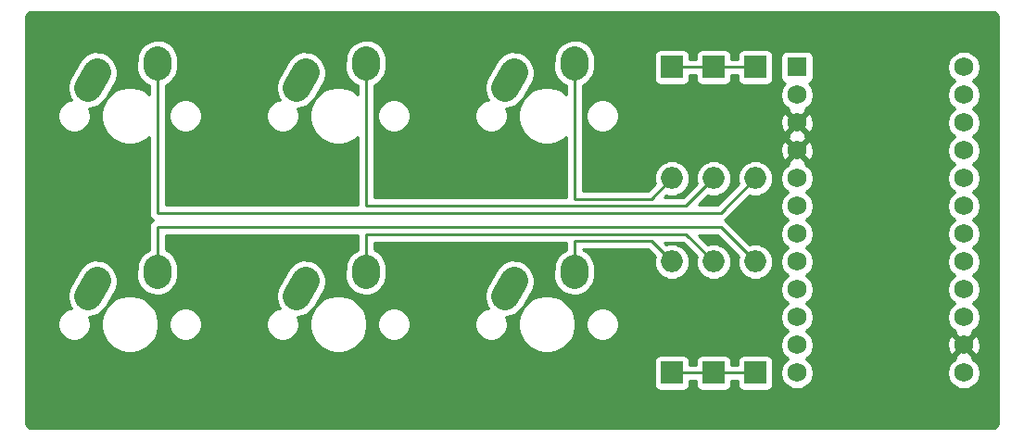
<source format=gbr>
G04 #@! TF.GenerationSoftware,KiCad,Pcbnew,(5.1.4)-1*
G04 #@! TF.CreationDate,2019-08-25T22:56:09+01:00*
G04 #@! TF.ProjectId,pcb,7063622e-6b69-4636-9164-5f7063625858,rev?*
G04 #@! TF.SameCoordinates,Original*
G04 #@! TF.FileFunction,Copper,L1,Top*
G04 #@! TF.FilePolarity,Positive*
%FSLAX46Y46*%
G04 Gerber Fmt 4.6, Leading zero omitted, Abs format (unit mm)*
G04 Created by KiCad (PCBNEW (5.1.4)-1) date 2019-08-25 22:56:09*
%MOMM*%
%LPD*%
G04 APERTURE LIST*
%ADD10R,2.000000X2.000000*%
%ADD11O,2.000000X2.000000*%
%ADD12R,1.752600X1.752600*%
%ADD13C,1.752600*%
%ADD14C,2.500000*%
%ADD15C,2.500000*%
%ADD16C,0.250000*%
%ADD17C,0.254000*%
G04 APERTURE END LIST*
D10*
X102870000Y-66675000D03*
D11*
X102870000Y-76835000D03*
X99060000Y-76835000D03*
D10*
X99060000Y-66675000D03*
X95250000Y-66675000D03*
D11*
X95250000Y-76835000D03*
D10*
X102870000Y-94615000D03*
D11*
X102870000Y-84455000D03*
X99060000Y-84455000D03*
D10*
X99060000Y-94615000D03*
D11*
X95250000Y-84455000D03*
D10*
X95250000Y-94615000D03*
D12*
X106680000Y-66675000D03*
D13*
X106680000Y-69215000D03*
X106680000Y-71755000D03*
X106680000Y-74295000D03*
X106680000Y-76835000D03*
X106680000Y-79375000D03*
X106680000Y-81915000D03*
X106680000Y-84455000D03*
X106680000Y-86995000D03*
X106680000Y-89535000D03*
X106680000Y-92075000D03*
X106680000Y-94615000D03*
X121920000Y-94615000D03*
X121920000Y-92075000D03*
X121920000Y-89535000D03*
X121920000Y-86995000D03*
X121920000Y-84455000D03*
X121920000Y-81915000D03*
X121920000Y-79375000D03*
X121920000Y-76835000D03*
X121920000Y-74295000D03*
X121920000Y-71755000D03*
X121920000Y-69215000D03*
X121920000Y-66675000D03*
D14*
X48240000Y-66330000D03*
D15*
X48259724Y-66040672D02*
X48220276Y-66619328D01*
D14*
X42315000Y-67850000D03*
D15*
X42720453Y-67120046D02*
X41909547Y-68579954D01*
D14*
X61365000Y-67850000D03*
D15*
X61770453Y-67120046D02*
X60959547Y-68579954D01*
D14*
X67290000Y-66330000D03*
D15*
X67309724Y-66040672D02*
X67270276Y-66619328D01*
D14*
X86340000Y-66330000D03*
D15*
X86359724Y-66040672D02*
X86320276Y-66619328D01*
D14*
X80415000Y-67850000D03*
D15*
X80820453Y-67120046D02*
X80009547Y-68579954D01*
D14*
X42315000Y-86900000D03*
D15*
X42720453Y-86170046D02*
X41909547Y-87629954D01*
D14*
X48240000Y-85380000D03*
D15*
X48259724Y-85090672D02*
X48220276Y-85669328D01*
D14*
X61365000Y-86900000D03*
D15*
X61770453Y-86170046D02*
X60959547Y-87629954D01*
D14*
X67290000Y-85380000D03*
D15*
X67309724Y-85090672D02*
X67270276Y-85669328D01*
D14*
X86340000Y-85380000D03*
D15*
X86359724Y-85090672D02*
X86320276Y-85669328D01*
D14*
X80415000Y-86900000D03*
D15*
X80820453Y-86170046D02*
X80009547Y-87629954D01*
D16*
X95250000Y-66675000D02*
X102870000Y-66675000D01*
X48240000Y-66330000D02*
X48240000Y-79990000D01*
X99715000Y-79990000D02*
X102870000Y-76835000D01*
X48240000Y-79990000D02*
X99715000Y-79990000D01*
X67290000Y-66330000D02*
X67290000Y-79355000D01*
X96540000Y-79355000D02*
X99060000Y-76835000D01*
X67290000Y-79355000D02*
X96540000Y-79355000D01*
X86340000Y-66330000D02*
X86340000Y-78720000D01*
X86340000Y-78720000D02*
X86360000Y-78740000D01*
X93345000Y-78740000D02*
X95250000Y-76835000D01*
X86360000Y-78740000D02*
X93345000Y-78740000D01*
X95250000Y-94615000D02*
X102870000Y-94615000D01*
X48240000Y-85380000D02*
X48240000Y-81300000D01*
X99715000Y-81300000D02*
X102870000Y-84455000D01*
X48240000Y-81300000D02*
X99715000Y-81300000D01*
X67290000Y-85380000D02*
X67290000Y-81935000D01*
X96540000Y-81935000D02*
X99060000Y-84455000D01*
X67290000Y-81935000D02*
X96540000Y-81935000D01*
X86340000Y-85380000D02*
X86340000Y-82570000D01*
X86340000Y-82570000D02*
X86360000Y-82550000D01*
X93345000Y-82550000D02*
X95250000Y-84455000D01*
X86360000Y-82550000D02*
X93345000Y-82550000D01*
D17*
G36*
X124577869Y-61634722D02*
G01*
X124691246Y-61668953D01*
X124795819Y-61724555D01*
X124887596Y-61799407D01*
X124963091Y-61890664D01*
X125019419Y-61994844D01*
X125054440Y-62107976D01*
X125070000Y-62256022D01*
X125070001Y-96487572D01*
X125070000Y-96487582D01*
X125070001Y-99027711D01*
X125055278Y-99177869D01*
X125021047Y-99291246D01*
X124965446Y-99395817D01*
X124890594Y-99487595D01*
X124799335Y-99563091D01*
X124695160Y-99619419D01*
X124582024Y-99654440D01*
X124433979Y-99670000D01*
X36862279Y-99670000D01*
X36712131Y-99655278D01*
X36598754Y-99621047D01*
X36494183Y-99565446D01*
X36402405Y-99490594D01*
X36326909Y-99399335D01*
X36270581Y-99295160D01*
X36235560Y-99182024D01*
X36220000Y-99033979D01*
X36220000Y-93615000D01*
X93611928Y-93615000D01*
X93611928Y-95615000D01*
X93624188Y-95739482D01*
X93660498Y-95859180D01*
X93719463Y-95969494D01*
X93798815Y-96066185D01*
X93895506Y-96145537D01*
X94005820Y-96204502D01*
X94125518Y-96240812D01*
X94250000Y-96253072D01*
X96250000Y-96253072D01*
X96374482Y-96240812D01*
X96494180Y-96204502D01*
X96604494Y-96145537D01*
X96701185Y-96066185D01*
X96780537Y-95969494D01*
X96839502Y-95859180D01*
X96875812Y-95739482D01*
X96888072Y-95615000D01*
X96888072Y-95375000D01*
X97421928Y-95375000D01*
X97421928Y-95615000D01*
X97434188Y-95739482D01*
X97470498Y-95859180D01*
X97529463Y-95969494D01*
X97608815Y-96066185D01*
X97705506Y-96145537D01*
X97815820Y-96204502D01*
X97935518Y-96240812D01*
X98060000Y-96253072D01*
X100060000Y-96253072D01*
X100184482Y-96240812D01*
X100304180Y-96204502D01*
X100414494Y-96145537D01*
X100511185Y-96066185D01*
X100590537Y-95969494D01*
X100649502Y-95859180D01*
X100685812Y-95739482D01*
X100698072Y-95615000D01*
X100698072Y-95375000D01*
X101231928Y-95375000D01*
X101231928Y-95615000D01*
X101244188Y-95739482D01*
X101280498Y-95859180D01*
X101339463Y-95969494D01*
X101418815Y-96066185D01*
X101515506Y-96145537D01*
X101625820Y-96204502D01*
X101745518Y-96240812D01*
X101870000Y-96253072D01*
X103870000Y-96253072D01*
X103994482Y-96240812D01*
X104114180Y-96204502D01*
X104224494Y-96145537D01*
X104321185Y-96066185D01*
X104400537Y-95969494D01*
X104459502Y-95859180D01*
X104495812Y-95739482D01*
X104508072Y-95615000D01*
X104508072Y-93615000D01*
X104495812Y-93490518D01*
X104459502Y-93370820D01*
X104400537Y-93260506D01*
X104321185Y-93163815D01*
X104224494Y-93084463D01*
X104114180Y-93025498D01*
X103994482Y-92989188D01*
X103870000Y-92976928D01*
X101870000Y-92976928D01*
X101745518Y-92989188D01*
X101625820Y-93025498D01*
X101515506Y-93084463D01*
X101418815Y-93163815D01*
X101339463Y-93260506D01*
X101280498Y-93370820D01*
X101244188Y-93490518D01*
X101231928Y-93615000D01*
X101231928Y-93855000D01*
X100698072Y-93855000D01*
X100698072Y-93615000D01*
X100685812Y-93490518D01*
X100649502Y-93370820D01*
X100590537Y-93260506D01*
X100511185Y-93163815D01*
X100414494Y-93084463D01*
X100304180Y-93025498D01*
X100184482Y-92989188D01*
X100060000Y-92976928D01*
X98060000Y-92976928D01*
X97935518Y-92989188D01*
X97815820Y-93025498D01*
X97705506Y-93084463D01*
X97608815Y-93163815D01*
X97529463Y-93260506D01*
X97470498Y-93370820D01*
X97434188Y-93490518D01*
X97421928Y-93615000D01*
X97421928Y-93855000D01*
X96888072Y-93855000D01*
X96888072Y-93615000D01*
X96875812Y-93490518D01*
X96839502Y-93370820D01*
X96780537Y-93260506D01*
X96701185Y-93163815D01*
X96604494Y-93084463D01*
X96494180Y-93025498D01*
X96374482Y-92989188D01*
X96250000Y-92976928D01*
X94250000Y-92976928D01*
X94125518Y-92989188D01*
X94005820Y-93025498D01*
X93895506Y-93084463D01*
X93798815Y-93163815D01*
X93719463Y-93260506D01*
X93660498Y-93370820D01*
X93624188Y-93490518D01*
X93611928Y-93615000D01*
X36220000Y-93615000D01*
X36220000Y-90023652D01*
X39154100Y-90023652D01*
X39154100Y-90316348D01*
X39211202Y-90603421D01*
X39323212Y-90873838D01*
X39485826Y-91117206D01*
X39692794Y-91324174D01*
X39936162Y-91486788D01*
X40206579Y-91598798D01*
X40493652Y-91655900D01*
X40786348Y-91655900D01*
X41073421Y-91598798D01*
X41343838Y-91486788D01*
X41587206Y-91324174D01*
X41794174Y-91117206D01*
X41956788Y-90873838D01*
X42068798Y-90603421D01*
X42125900Y-90316348D01*
X42125900Y-90023652D01*
X42103508Y-89911076D01*
X43091100Y-89911076D01*
X43091100Y-90428924D01*
X43192127Y-90936822D01*
X43390299Y-91415251D01*
X43678000Y-91845826D01*
X44044174Y-92212000D01*
X44474749Y-92499701D01*
X44953178Y-92697873D01*
X45461076Y-92798900D01*
X45978924Y-92798900D01*
X46486822Y-92697873D01*
X46965251Y-92499701D01*
X47395826Y-92212000D01*
X47762000Y-91845826D01*
X48049701Y-91415251D01*
X48247873Y-90936822D01*
X48348900Y-90428924D01*
X48348900Y-90023652D01*
X49314100Y-90023652D01*
X49314100Y-90316348D01*
X49371202Y-90603421D01*
X49483212Y-90873838D01*
X49645826Y-91117206D01*
X49852794Y-91324174D01*
X50096162Y-91486788D01*
X50366579Y-91598798D01*
X50653652Y-91655900D01*
X50946348Y-91655900D01*
X51233421Y-91598798D01*
X51503838Y-91486788D01*
X51747206Y-91324174D01*
X51954174Y-91117206D01*
X52116788Y-90873838D01*
X52228798Y-90603421D01*
X52285900Y-90316348D01*
X52285900Y-90023652D01*
X58204100Y-90023652D01*
X58204100Y-90316348D01*
X58261202Y-90603421D01*
X58373212Y-90873838D01*
X58535826Y-91117206D01*
X58742794Y-91324174D01*
X58986162Y-91486788D01*
X59256579Y-91598798D01*
X59543652Y-91655900D01*
X59836348Y-91655900D01*
X60123421Y-91598798D01*
X60393838Y-91486788D01*
X60637206Y-91324174D01*
X60844174Y-91117206D01*
X61006788Y-90873838D01*
X61118798Y-90603421D01*
X61175900Y-90316348D01*
X61175900Y-90023652D01*
X61153508Y-89911076D01*
X62141100Y-89911076D01*
X62141100Y-90428924D01*
X62242127Y-90936822D01*
X62440299Y-91415251D01*
X62728000Y-91845826D01*
X63094174Y-92212000D01*
X63524749Y-92499701D01*
X64003178Y-92697873D01*
X64511076Y-92798900D01*
X65028924Y-92798900D01*
X65536822Y-92697873D01*
X66015251Y-92499701D01*
X66445826Y-92212000D01*
X66812000Y-91845826D01*
X67099701Y-91415251D01*
X67297873Y-90936822D01*
X67398900Y-90428924D01*
X67398900Y-90023652D01*
X68364100Y-90023652D01*
X68364100Y-90316348D01*
X68421202Y-90603421D01*
X68533212Y-90873838D01*
X68695826Y-91117206D01*
X68902794Y-91324174D01*
X69146162Y-91486788D01*
X69416579Y-91598798D01*
X69703652Y-91655900D01*
X69996348Y-91655900D01*
X70283421Y-91598798D01*
X70553838Y-91486788D01*
X70797206Y-91324174D01*
X71004174Y-91117206D01*
X71166788Y-90873838D01*
X71278798Y-90603421D01*
X71335900Y-90316348D01*
X71335900Y-90023652D01*
X77254100Y-90023652D01*
X77254100Y-90316348D01*
X77311202Y-90603421D01*
X77423212Y-90873838D01*
X77585826Y-91117206D01*
X77792794Y-91324174D01*
X78036162Y-91486788D01*
X78306579Y-91598798D01*
X78593652Y-91655900D01*
X78886348Y-91655900D01*
X79173421Y-91598798D01*
X79443838Y-91486788D01*
X79687206Y-91324174D01*
X79894174Y-91117206D01*
X80056788Y-90873838D01*
X80168798Y-90603421D01*
X80225900Y-90316348D01*
X80225900Y-90023652D01*
X80203508Y-89911076D01*
X81191100Y-89911076D01*
X81191100Y-90428924D01*
X81292127Y-90936822D01*
X81490299Y-91415251D01*
X81778000Y-91845826D01*
X82144174Y-92212000D01*
X82574749Y-92499701D01*
X83053178Y-92697873D01*
X83561076Y-92798900D01*
X84078924Y-92798900D01*
X84586822Y-92697873D01*
X85065251Y-92499701D01*
X85495826Y-92212000D01*
X85862000Y-91845826D01*
X86149701Y-91415251D01*
X86347873Y-90936822D01*
X86448900Y-90428924D01*
X86448900Y-90023652D01*
X87414100Y-90023652D01*
X87414100Y-90316348D01*
X87471202Y-90603421D01*
X87583212Y-90873838D01*
X87745826Y-91117206D01*
X87952794Y-91324174D01*
X88196162Y-91486788D01*
X88466579Y-91598798D01*
X88753652Y-91655900D01*
X89046348Y-91655900D01*
X89333421Y-91598798D01*
X89603838Y-91486788D01*
X89847206Y-91324174D01*
X90054174Y-91117206D01*
X90216788Y-90873838D01*
X90328798Y-90603421D01*
X90385900Y-90316348D01*
X90385900Y-90023652D01*
X90328798Y-89736579D01*
X90216788Y-89466162D01*
X90054174Y-89222794D01*
X89847206Y-89015826D01*
X89603838Y-88853212D01*
X89333421Y-88741202D01*
X89046348Y-88684100D01*
X88753652Y-88684100D01*
X88466579Y-88741202D01*
X88196162Y-88853212D01*
X87952794Y-89015826D01*
X87745826Y-89222794D01*
X87583212Y-89466162D01*
X87471202Y-89736579D01*
X87414100Y-90023652D01*
X86448900Y-90023652D01*
X86448900Y-89911076D01*
X86347873Y-89403178D01*
X86149701Y-88924749D01*
X85862000Y-88494174D01*
X85495826Y-88128000D01*
X85065251Y-87840299D01*
X84586822Y-87642127D01*
X84078924Y-87541100D01*
X83561076Y-87541100D01*
X83053178Y-87642127D01*
X82574749Y-87840299D01*
X82144174Y-88128000D01*
X81778000Y-88494174D01*
X81490299Y-88924749D01*
X81292127Y-89403178D01*
X81191100Y-89911076D01*
X80203508Y-89911076D01*
X80168798Y-89736579D01*
X80077554Y-89516296D01*
X80164749Y-89517704D01*
X80530048Y-89451153D01*
X80875345Y-89314615D01*
X81187371Y-89113335D01*
X81454132Y-88855050D01*
X81612444Y-88626206D01*
X82513275Y-87004403D01*
X82623900Y-86749070D01*
X82702209Y-86386109D01*
X82708203Y-86014844D01*
X82641652Y-85649545D01*
X82505114Y-85304248D01*
X82303834Y-84992222D01*
X82045549Y-84725461D01*
X81740185Y-84514214D01*
X81399476Y-84366599D01*
X81036515Y-84288290D01*
X80665250Y-84282296D01*
X80299951Y-84348847D01*
X79954655Y-84485385D01*
X79642629Y-84686665D01*
X79375868Y-84944950D01*
X79217556Y-85173794D01*
X78316725Y-86795598D01*
X78206100Y-87050931D01*
X78127791Y-87413892D01*
X78121797Y-87785156D01*
X78188348Y-88150455D01*
X78324886Y-88495752D01*
X78463132Y-88710062D01*
X78306579Y-88741202D01*
X78036162Y-88853212D01*
X77792794Y-89015826D01*
X77585826Y-89222794D01*
X77423212Y-89466162D01*
X77311202Y-89736579D01*
X77254100Y-90023652D01*
X71335900Y-90023652D01*
X71278798Y-89736579D01*
X71166788Y-89466162D01*
X71004174Y-89222794D01*
X70797206Y-89015826D01*
X70553838Y-88853212D01*
X70283421Y-88741202D01*
X69996348Y-88684100D01*
X69703652Y-88684100D01*
X69416579Y-88741202D01*
X69146162Y-88853212D01*
X68902794Y-89015826D01*
X68695826Y-89222794D01*
X68533212Y-89466162D01*
X68421202Y-89736579D01*
X68364100Y-90023652D01*
X67398900Y-90023652D01*
X67398900Y-89911076D01*
X67297873Y-89403178D01*
X67099701Y-88924749D01*
X66812000Y-88494174D01*
X66445826Y-88128000D01*
X66015251Y-87840299D01*
X65536822Y-87642127D01*
X65028924Y-87541100D01*
X64511076Y-87541100D01*
X64003178Y-87642127D01*
X63524749Y-87840299D01*
X63094174Y-88128000D01*
X62728000Y-88494174D01*
X62440299Y-88924749D01*
X62242127Y-89403178D01*
X62141100Y-89911076D01*
X61153508Y-89911076D01*
X61118798Y-89736579D01*
X61027554Y-89516296D01*
X61114749Y-89517704D01*
X61480048Y-89451153D01*
X61825345Y-89314615D01*
X62137371Y-89113335D01*
X62404132Y-88855050D01*
X62562444Y-88626206D01*
X63463275Y-87004403D01*
X63573900Y-86749070D01*
X63652209Y-86386109D01*
X63658203Y-86014844D01*
X63591652Y-85649545D01*
X63455114Y-85304248D01*
X63253834Y-84992222D01*
X62995549Y-84725461D01*
X62690185Y-84514214D01*
X62349476Y-84366599D01*
X61986515Y-84288290D01*
X61615250Y-84282296D01*
X61249951Y-84348847D01*
X60904655Y-84485385D01*
X60592629Y-84686665D01*
X60325868Y-84944950D01*
X60167556Y-85173794D01*
X59266725Y-86795598D01*
X59156100Y-87050931D01*
X59077791Y-87413892D01*
X59071797Y-87785156D01*
X59138348Y-88150455D01*
X59274886Y-88495752D01*
X59413132Y-88710062D01*
X59256579Y-88741202D01*
X58986162Y-88853212D01*
X58742794Y-89015826D01*
X58535826Y-89222794D01*
X58373212Y-89466162D01*
X58261202Y-89736579D01*
X58204100Y-90023652D01*
X52285900Y-90023652D01*
X52228798Y-89736579D01*
X52116788Y-89466162D01*
X51954174Y-89222794D01*
X51747206Y-89015826D01*
X51503838Y-88853212D01*
X51233421Y-88741202D01*
X50946348Y-88684100D01*
X50653652Y-88684100D01*
X50366579Y-88741202D01*
X50096162Y-88853212D01*
X49852794Y-89015826D01*
X49645826Y-89222794D01*
X49483212Y-89466162D01*
X49371202Y-89736579D01*
X49314100Y-90023652D01*
X48348900Y-90023652D01*
X48348900Y-89911076D01*
X48247873Y-89403178D01*
X48049701Y-88924749D01*
X47762000Y-88494174D01*
X47395826Y-88128000D01*
X46965251Y-87840299D01*
X46486822Y-87642127D01*
X45978924Y-87541100D01*
X45461076Y-87541100D01*
X44953178Y-87642127D01*
X44474749Y-87840299D01*
X44044174Y-88128000D01*
X43678000Y-88494174D01*
X43390299Y-88924749D01*
X43192127Y-89403178D01*
X43091100Y-89911076D01*
X42103508Y-89911076D01*
X42068798Y-89736579D01*
X41977554Y-89516296D01*
X42064749Y-89517704D01*
X42430048Y-89451153D01*
X42775345Y-89314615D01*
X43087371Y-89113335D01*
X43354132Y-88855050D01*
X43512444Y-88626206D01*
X44413275Y-87004403D01*
X44523900Y-86749070D01*
X44602209Y-86386109D01*
X44608203Y-86014844D01*
X44541652Y-85649545D01*
X44405114Y-85304248D01*
X44203834Y-84992222D01*
X43945549Y-84725461D01*
X43640185Y-84514214D01*
X43299476Y-84366599D01*
X42936515Y-84288290D01*
X42565250Y-84282296D01*
X42199951Y-84348847D01*
X41854655Y-84485385D01*
X41542629Y-84686665D01*
X41275868Y-84944950D01*
X41117556Y-85173794D01*
X40216725Y-86795598D01*
X40106100Y-87050931D01*
X40027791Y-87413892D01*
X40021797Y-87785156D01*
X40088348Y-88150455D01*
X40224886Y-88495752D01*
X40363132Y-88710062D01*
X40206579Y-88741202D01*
X39936162Y-88853212D01*
X39692794Y-89015826D01*
X39485826Y-89222794D01*
X39323212Y-89466162D01*
X39211202Y-89736579D01*
X39154100Y-90023652D01*
X36220000Y-90023652D01*
X36220000Y-70973652D01*
X39154100Y-70973652D01*
X39154100Y-71266348D01*
X39211202Y-71553421D01*
X39323212Y-71823838D01*
X39485826Y-72067206D01*
X39692794Y-72274174D01*
X39936162Y-72436788D01*
X40206579Y-72548798D01*
X40493652Y-72605900D01*
X40786348Y-72605900D01*
X41073421Y-72548798D01*
X41343838Y-72436788D01*
X41587206Y-72274174D01*
X41794174Y-72067206D01*
X41956788Y-71823838D01*
X42068798Y-71553421D01*
X42125900Y-71266348D01*
X42125900Y-70973652D01*
X42103508Y-70861076D01*
X43091100Y-70861076D01*
X43091100Y-71378924D01*
X43192127Y-71886822D01*
X43390299Y-72365251D01*
X43678000Y-72795826D01*
X44044174Y-73162000D01*
X44474749Y-73449701D01*
X44953178Y-73647873D01*
X45461076Y-73748900D01*
X45978924Y-73748900D01*
X46486822Y-73647873D01*
X46965251Y-73449701D01*
X47395826Y-73162000D01*
X47480000Y-73077826D01*
X47480001Y-79952657D01*
X47476323Y-79990000D01*
X47490997Y-80138986D01*
X47534454Y-80282247D01*
X47605026Y-80414276D01*
X47699999Y-80530001D01*
X47815724Y-80624974D01*
X47853189Y-80645000D01*
X47815724Y-80665026D01*
X47699999Y-80759999D01*
X47605026Y-80875724D01*
X47534454Y-81007753D01*
X47490997Y-81151014D01*
X47476323Y-81300000D01*
X47480001Y-81337343D01*
X47480000Y-83374485D01*
X47316960Y-83447844D01*
X47014575Y-83663335D01*
X46760041Y-83933677D01*
X46563137Y-84248483D01*
X46431434Y-84595653D01*
X46385387Y-84870084D01*
X46333344Y-85633505D01*
X46341721Y-85911645D01*
X46425090Y-86273477D01*
X46577448Y-86612092D01*
X46792939Y-86914477D01*
X47063281Y-87169011D01*
X47378087Y-87365915D01*
X47725257Y-87497618D01*
X48091450Y-87559061D01*
X48462593Y-87547883D01*
X48824425Y-87464514D01*
X49163040Y-87312156D01*
X49465425Y-87096665D01*
X49719959Y-86826323D01*
X49916863Y-86511517D01*
X50048566Y-86164347D01*
X50094613Y-85889916D01*
X50146656Y-85126496D01*
X50138279Y-84848355D01*
X50054910Y-84486523D01*
X49902552Y-84147908D01*
X49687061Y-83845523D01*
X49416719Y-83590989D01*
X49101913Y-83394086D01*
X49000000Y-83355424D01*
X49000000Y-82060000D01*
X66530001Y-82060000D01*
X66530001Y-83374485D01*
X66366960Y-83447844D01*
X66064575Y-83663335D01*
X65810041Y-83933677D01*
X65613137Y-84248483D01*
X65481434Y-84595653D01*
X65435387Y-84870084D01*
X65383344Y-85633505D01*
X65391721Y-85911645D01*
X65475090Y-86273477D01*
X65627448Y-86612092D01*
X65842939Y-86914477D01*
X66113281Y-87169011D01*
X66428087Y-87365915D01*
X66775257Y-87497618D01*
X67141450Y-87559061D01*
X67512593Y-87547883D01*
X67874425Y-87464514D01*
X68213040Y-87312156D01*
X68515425Y-87096665D01*
X68769959Y-86826323D01*
X68966863Y-86511517D01*
X69098566Y-86164347D01*
X69144613Y-85889916D01*
X69196656Y-85126496D01*
X69188279Y-84848355D01*
X69104910Y-84486523D01*
X68952552Y-84147908D01*
X68737061Y-83845523D01*
X68466719Y-83590989D01*
X68151913Y-83394086D01*
X68050000Y-83355424D01*
X68050000Y-82695000D01*
X85580001Y-82695000D01*
X85580001Y-83374485D01*
X85416960Y-83447844D01*
X85114575Y-83663335D01*
X84860041Y-83933677D01*
X84663137Y-84248483D01*
X84531434Y-84595653D01*
X84485387Y-84870084D01*
X84433344Y-85633505D01*
X84441721Y-85911645D01*
X84525090Y-86273477D01*
X84677448Y-86612092D01*
X84892939Y-86914477D01*
X85163281Y-87169011D01*
X85478087Y-87365915D01*
X85825257Y-87497618D01*
X86191450Y-87559061D01*
X86562593Y-87547883D01*
X86924425Y-87464514D01*
X87263040Y-87312156D01*
X87565425Y-87096665D01*
X87819959Y-86826323D01*
X88016863Y-86511517D01*
X88148566Y-86164347D01*
X88194613Y-85889916D01*
X88246656Y-85126496D01*
X88238279Y-84848355D01*
X88154910Y-84486523D01*
X88002552Y-84147908D01*
X87787061Y-83845523D01*
X87516719Y-83590989D01*
X87201913Y-83394086D01*
X87100000Y-83355424D01*
X87100000Y-83310000D01*
X93030199Y-83310000D01*
X93688936Y-83968737D01*
X93638657Y-84134484D01*
X93607089Y-84455000D01*
X93638657Y-84775516D01*
X93732148Y-85083715D01*
X93883969Y-85367752D01*
X94088286Y-85616714D01*
X94337248Y-85821031D01*
X94621285Y-85972852D01*
X94929484Y-86066343D01*
X95169678Y-86090000D01*
X95330322Y-86090000D01*
X95570516Y-86066343D01*
X95878715Y-85972852D01*
X96162752Y-85821031D01*
X96411714Y-85616714D01*
X96616031Y-85367752D01*
X96767852Y-85083715D01*
X96861343Y-84775516D01*
X96892911Y-84455000D01*
X96861343Y-84134484D01*
X96767852Y-83826285D01*
X96616031Y-83542248D01*
X96411714Y-83293286D01*
X96162752Y-83088969D01*
X95878715Y-82937148D01*
X95570516Y-82843657D01*
X95330322Y-82820000D01*
X95169678Y-82820000D01*
X94929484Y-82843657D01*
X94763737Y-82893936D01*
X94564801Y-82695000D01*
X96225199Y-82695000D01*
X97498936Y-83968737D01*
X97448657Y-84134484D01*
X97417089Y-84455000D01*
X97448657Y-84775516D01*
X97542148Y-85083715D01*
X97693969Y-85367752D01*
X97898286Y-85616714D01*
X98147248Y-85821031D01*
X98431285Y-85972852D01*
X98739484Y-86066343D01*
X98979678Y-86090000D01*
X99140322Y-86090000D01*
X99380516Y-86066343D01*
X99688715Y-85972852D01*
X99972752Y-85821031D01*
X100221714Y-85616714D01*
X100426031Y-85367752D01*
X100577852Y-85083715D01*
X100671343Y-84775516D01*
X100702911Y-84455000D01*
X100671343Y-84134484D01*
X100577852Y-83826285D01*
X100426031Y-83542248D01*
X100221714Y-83293286D01*
X99972752Y-83088969D01*
X99688715Y-82937148D01*
X99380516Y-82843657D01*
X99140322Y-82820000D01*
X98979678Y-82820000D01*
X98739484Y-82843657D01*
X98573737Y-82893936D01*
X97739801Y-82060000D01*
X99400199Y-82060000D01*
X101308936Y-83968737D01*
X101258657Y-84134484D01*
X101227089Y-84455000D01*
X101258657Y-84775516D01*
X101352148Y-85083715D01*
X101503969Y-85367752D01*
X101708286Y-85616714D01*
X101957248Y-85821031D01*
X102241285Y-85972852D01*
X102549484Y-86066343D01*
X102789678Y-86090000D01*
X102950322Y-86090000D01*
X103190516Y-86066343D01*
X103498715Y-85972852D01*
X103782752Y-85821031D01*
X104031714Y-85616714D01*
X104236031Y-85367752D01*
X104387852Y-85083715D01*
X104481343Y-84775516D01*
X104512911Y-84455000D01*
X104481343Y-84134484D01*
X104387852Y-83826285D01*
X104236031Y-83542248D01*
X104031714Y-83293286D01*
X103782752Y-83088969D01*
X103498715Y-82937148D01*
X103190516Y-82843657D01*
X102950322Y-82820000D01*
X102789678Y-82820000D01*
X102549484Y-82843657D01*
X102383737Y-82893936D01*
X100278804Y-80789003D01*
X100255001Y-80759999D01*
X100139276Y-80665026D01*
X100101811Y-80645000D01*
X100139276Y-80624974D01*
X100255001Y-80530001D01*
X100278804Y-80500997D01*
X102383737Y-78396064D01*
X102549484Y-78446343D01*
X102789678Y-78470000D01*
X102950322Y-78470000D01*
X103190516Y-78446343D01*
X103498715Y-78352852D01*
X103782752Y-78201031D01*
X104031714Y-77996714D01*
X104236031Y-77747752D01*
X104387852Y-77463715D01*
X104481343Y-77155516D01*
X104512911Y-76835000D01*
X104498251Y-76686150D01*
X105168700Y-76686150D01*
X105168700Y-76983850D01*
X105226778Y-77275830D01*
X105340703Y-77550869D01*
X105506096Y-77798398D01*
X105716602Y-78008904D01*
X105860420Y-78105000D01*
X105716602Y-78201096D01*
X105506096Y-78411602D01*
X105340703Y-78659131D01*
X105226778Y-78934170D01*
X105168700Y-79226150D01*
X105168700Y-79523850D01*
X105226778Y-79815830D01*
X105340703Y-80090869D01*
X105506096Y-80338398D01*
X105716602Y-80548904D01*
X105860420Y-80645000D01*
X105716602Y-80741096D01*
X105506096Y-80951602D01*
X105340703Y-81199131D01*
X105226778Y-81474170D01*
X105168700Y-81766150D01*
X105168700Y-82063850D01*
X105226778Y-82355830D01*
X105340703Y-82630869D01*
X105506096Y-82878398D01*
X105716602Y-83088904D01*
X105860420Y-83185000D01*
X105716602Y-83281096D01*
X105506096Y-83491602D01*
X105340703Y-83739131D01*
X105226778Y-84014170D01*
X105168700Y-84306150D01*
X105168700Y-84603850D01*
X105226778Y-84895830D01*
X105340703Y-85170869D01*
X105506096Y-85418398D01*
X105716602Y-85628904D01*
X105860420Y-85725000D01*
X105716602Y-85821096D01*
X105506096Y-86031602D01*
X105340703Y-86279131D01*
X105226778Y-86554170D01*
X105168700Y-86846150D01*
X105168700Y-87143850D01*
X105226778Y-87435830D01*
X105340703Y-87710869D01*
X105506096Y-87958398D01*
X105716602Y-88168904D01*
X105860420Y-88265000D01*
X105716602Y-88361096D01*
X105506096Y-88571602D01*
X105340703Y-88819131D01*
X105226778Y-89094170D01*
X105168700Y-89386150D01*
X105168700Y-89683850D01*
X105226778Y-89975830D01*
X105340703Y-90250869D01*
X105506096Y-90498398D01*
X105716602Y-90708904D01*
X105860420Y-90805000D01*
X105716602Y-90901096D01*
X105506096Y-91111602D01*
X105340703Y-91359131D01*
X105226778Y-91634170D01*
X105168700Y-91926150D01*
X105168700Y-92223850D01*
X105226778Y-92515830D01*
X105340703Y-92790869D01*
X105506096Y-93038398D01*
X105716602Y-93248904D01*
X105860420Y-93345000D01*
X105716602Y-93441096D01*
X105506096Y-93651602D01*
X105340703Y-93899131D01*
X105226778Y-94174170D01*
X105168700Y-94466150D01*
X105168700Y-94763850D01*
X105226778Y-95055830D01*
X105340703Y-95330869D01*
X105506096Y-95578398D01*
X105716602Y-95788904D01*
X105964131Y-95954297D01*
X106239170Y-96068222D01*
X106531150Y-96126300D01*
X106828850Y-96126300D01*
X107120830Y-96068222D01*
X107395869Y-95954297D01*
X107643398Y-95788904D01*
X107853904Y-95578398D01*
X108019297Y-95330869D01*
X108133222Y-95055830D01*
X108191300Y-94763850D01*
X108191300Y-94466150D01*
X120408700Y-94466150D01*
X120408700Y-94763850D01*
X120466778Y-95055830D01*
X120580703Y-95330869D01*
X120746096Y-95578398D01*
X120956602Y-95788904D01*
X121204131Y-95954297D01*
X121479170Y-96068222D01*
X121771150Y-96126300D01*
X122068850Y-96126300D01*
X122360830Y-96068222D01*
X122635869Y-95954297D01*
X122883398Y-95788904D01*
X123093904Y-95578398D01*
X123259297Y-95330869D01*
X123373222Y-95055830D01*
X123431300Y-94763850D01*
X123431300Y-94466150D01*
X123373222Y-94174170D01*
X123259297Y-93899131D01*
X123093904Y-93651602D01*
X122883398Y-93441096D01*
X122720191Y-93332045D01*
X122787563Y-93122169D01*
X121920000Y-92254605D01*
X121052437Y-93122169D01*
X121119809Y-93332045D01*
X120956602Y-93441096D01*
X120746096Y-93651602D01*
X120580703Y-93899131D01*
X120466778Y-94174170D01*
X120408700Y-94466150D01*
X108191300Y-94466150D01*
X108133222Y-94174170D01*
X108019297Y-93899131D01*
X107853904Y-93651602D01*
X107643398Y-93441096D01*
X107499580Y-93345000D01*
X107643398Y-93248904D01*
X107853904Y-93038398D01*
X108019297Y-92790869D01*
X108133222Y-92515830D01*
X108191300Y-92223850D01*
X108191300Y-92142491D01*
X120402887Y-92142491D01*
X120445204Y-92437167D01*
X120544198Y-92717927D01*
X120621071Y-92861746D01*
X120872831Y-92942563D01*
X121740395Y-92075000D01*
X122099605Y-92075000D01*
X122967169Y-92942563D01*
X123218929Y-92861746D01*
X123347457Y-92593221D01*
X123421129Y-92304781D01*
X123437113Y-92007509D01*
X123394796Y-91712833D01*
X123295802Y-91432073D01*
X123218929Y-91288254D01*
X122967169Y-91207437D01*
X122099605Y-92075000D01*
X121740395Y-92075000D01*
X120872831Y-91207437D01*
X120621071Y-91288254D01*
X120492543Y-91556779D01*
X120418871Y-91845219D01*
X120402887Y-92142491D01*
X108191300Y-92142491D01*
X108191300Y-91926150D01*
X108133222Y-91634170D01*
X108019297Y-91359131D01*
X107853904Y-91111602D01*
X107643398Y-90901096D01*
X107499580Y-90805000D01*
X107643398Y-90708904D01*
X107853904Y-90498398D01*
X108019297Y-90250869D01*
X108133222Y-89975830D01*
X108191300Y-89683850D01*
X108191300Y-89386150D01*
X108133222Y-89094170D01*
X108019297Y-88819131D01*
X107853904Y-88571602D01*
X107643398Y-88361096D01*
X107499580Y-88265000D01*
X107643398Y-88168904D01*
X107853904Y-87958398D01*
X108019297Y-87710869D01*
X108133222Y-87435830D01*
X108191300Y-87143850D01*
X108191300Y-86846150D01*
X108133222Y-86554170D01*
X108019297Y-86279131D01*
X107853904Y-86031602D01*
X107643398Y-85821096D01*
X107499580Y-85725000D01*
X107643398Y-85628904D01*
X107853904Y-85418398D01*
X108019297Y-85170869D01*
X108133222Y-84895830D01*
X108191300Y-84603850D01*
X108191300Y-84306150D01*
X108133222Y-84014170D01*
X108019297Y-83739131D01*
X107853904Y-83491602D01*
X107643398Y-83281096D01*
X107499580Y-83185000D01*
X107643398Y-83088904D01*
X107853904Y-82878398D01*
X108019297Y-82630869D01*
X108133222Y-82355830D01*
X108191300Y-82063850D01*
X108191300Y-81766150D01*
X108133222Y-81474170D01*
X108019297Y-81199131D01*
X107853904Y-80951602D01*
X107643398Y-80741096D01*
X107499580Y-80645000D01*
X107643398Y-80548904D01*
X107853904Y-80338398D01*
X108019297Y-80090869D01*
X108133222Y-79815830D01*
X108191300Y-79523850D01*
X108191300Y-79226150D01*
X108133222Y-78934170D01*
X108019297Y-78659131D01*
X107853904Y-78411602D01*
X107643398Y-78201096D01*
X107499580Y-78105000D01*
X107643398Y-78008904D01*
X107853904Y-77798398D01*
X108019297Y-77550869D01*
X108133222Y-77275830D01*
X108191300Y-76983850D01*
X108191300Y-76686150D01*
X108133222Y-76394170D01*
X108019297Y-76119131D01*
X107853904Y-75871602D01*
X107643398Y-75661096D01*
X107480191Y-75552045D01*
X107547563Y-75342169D01*
X106680000Y-74474605D01*
X105812437Y-75342169D01*
X105879809Y-75552045D01*
X105716602Y-75661096D01*
X105506096Y-75871602D01*
X105340703Y-76119131D01*
X105226778Y-76394170D01*
X105168700Y-76686150D01*
X104498251Y-76686150D01*
X104481343Y-76514484D01*
X104387852Y-76206285D01*
X104236031Y-75922248D01*
X104031714Y-75673286D01*
X103782752Y-75468969D01*
X103498715Y-75317148D01*
X103190516Y-75223657D01*
X102950322Y-75200000D01*
X102789678Y-75200000D01*
X102549484Y-75223657D01*
X102241285Y-75317148D01*
X101957248Y-75468969D01*
X101708286Y-75673286D01*
X101503969Y-75922248D01*
X101352148Y-76206285D01*
X101258657Y-76514484D01*
X101227089Y-76835000D01*
X101258657Y-77155516D01*
X101308936Y-77321263D01*
X99400199Y-79230000D01*
X97739801Y-79230000D01*
X98573737Y-78396064D01*
X98739484Y-78446343D01*
X98979678Y-78470000D01*
X99140322Y-78470000D01*
X99380516Y-78446343D01*
X99688715Y-78352852D01*
X99972752Y-78201031D01*
X100221714Y-77996714D01*
X100426031Y-77747752D01*
X100577852Y-77463715D01*
X100671343Y-77155516D01*
X100702911Y-76835000D01*
X100671343Y-76514484D01*
X100577852Y-76206285D01*
X100426031Y-75922248D01*
X100221714Y-75673286D01*
X99972752Y-75468969D01*
X99688715Y-75317148D01*
X99380516Y-75223657D01*
X99140322Y-75200000D01*
X98979678Y-75200000D01*
X98739484Y-75223657D01*
X98431285Y-75317148D01*
X98147248Y-75468969D01*
X97898286Y-75673286D01*
X97693969Y-75922248D01*
X97542148Y-76206285D01*
X97448657Y-76514484D01*
X97417089Y-76835000D01*
X97448657Y-77155516D01*
X97498936Y-77321263D01*
X96225199Y-78595000D01*
X94564801Y-78595000D01*
X94763737Y-78396064D01*
X94929484Y-78446343D01*
X95169678Y-78470000D01*
X95330322Y-78470000D01*
X95570516Y-78446343D01*
X95878715Y-78352852D01*
X96162752Y-78201031D01*
X96411714Y-77996714D01*
X96616031Y-77747752D01*
X96767852Y-77463715D01*
X96861343Y-77155516D01*
X96892911Y-76835000D01*
X96861343Y-76514484D01*
X96767852Y-76206285D01*
X96616031Y-75922248D01*
X96411714Y-75673286D01*
X96162752Y-75468969D01*
X95878715Y-75317148D01*
X95570516Y-75223657D01*
X95330322Y-75200000D01*
X95169678Y-75200000D01*
X94929484Y-75223657D01*
X94621285Y-75317148D01*
X94337248Y-75468969D01*
X94088286Y-75673286D01*
X93883969Y-75922248D01*
X93732148Y-76206285D01*
X93638657Y-76514484D01*
X93607089Y-76835000D01*
X93638657Y-77155516D01*
X93688936Y-77321263D01*
X93030199Y-77980000D01*
X87100000Y-77980000D01*
X87100000Y-74362491D01*
X105162887Y-74362491D01*
X105205204Y-74657167D01*
X105304198Y-74937927D01*
X105381071Y-75081746D01*
X105632831Y-75162563D01*
X106500395Y-74295000D01*
X106859605Y-74295000D01*
X107727169Y-75162563D01*
X107978929Y-75081746D01*
X108107457Y-74813221D01*
X108181129Y-74524781D01*
X108197113Y-74227509D01*
X108154796Y-73932833D01*
X108055802Y-73652073D01*
X107978929Y-73508254D01*
X107727169Y-73427437D01*
X106859605Y-74295000D01*
X106500395Y-74295000D01*
X105632831Y-73427437D01*
X105381071Y-73508254D01*
X105252543Y-73776779D01*
X105178871Y-74065219D01*
X105162887Y-74362491D01*
X87100000Y-74362491D01*
X87100000Y-72802169D01*
X105812437Y-72802169D01*
X105883968Y-73025000D01*
X105812437Y-73247831D01*
X106680000Y-74115395D01*
X107547563Y-73247831D01*
X107476032Y-73025000D01*
X107547563Y-72802169D01*
X106680000Y-71934605D01*
X105812437Y-72802169D01*
X87100000Y-72802169D01*
X87100000Y-70973652D01*
X87414100Y-70973652D01*
X87414100Y-71266348D01*
X87471202Y-71553421D01*
X87583212Y-71823838D01*
X87745826Y-72067206D01*
X87952794Y-72274174D01*
X88196162Y-72436788D01*
X88466579Y-72548798D01*
X88753652Y-72605900D01*
X89046348Y-72605900D01*
X89333421Y-72548798D01*
X89603838Y-72436788D01*
X89847206Y-72274174D01*
X90054174Y-72067206D01*
X90216788Y-71823838D01*
X90217345Y-71822491D01*
X105162887Y-71822491D01*
X105205204Y-72117167D01*
X105304198Y-72397927D01*
X105381071Y-72541746D01*
X105632831Y-72622563D01*
X106500395Y-71755000D01*
X106859605Y-71755000D01*
X107727169Y-72622563D01*
X107978929Y-72541746D01*
X108107457Y-72273221D01*
X108181129Y-71984781D01*
X108197113Y-71687509D01*
X108154796Y-71392833D01*
X108055802Y-71112073D01*
X107978929Y-70968254D01*
X107727169Y-70887437D01*
X106859605Y-71755000D01*
X106500395Y-71755000D01*
X105632831Y-70887437D01*
X105381071Y-70968254D01*
X105252543Y-71236779D01*
X105178871Y-71525219D01*
X105162887Y-71822491D01*
X90217345Y-71822491D01*
X90328798Y-71553421D01*
X90385900Y-71266348D01*
X90385900Y-70973652D01*
X90328798Y-70686579D01*
X90216788Y-70416162D01*
X90054174Y-70172794D01*
X89847206Y-69965826D01*
X89603838Y-69803212D01*
X89333421Y-69691202D01*
X89046348Y-69634100D01*
X88753652Y-69634100D01*
X88466579Y-69691202D01*
X88196162Y-69803212D01*
X87952794Y-69965826D01*
X87745826Y-70172794D01*
X87583212Y-70416162D01*
X87471202Y-70686579D01*
X87414100Y-70973652D01*
X87100000Y-70973652D01*
X87100000Y-68335515D01*
X87263040Y-68262156D01*
X87565425Y-68046665D01*
X87819959Y-67776323D01*
X88016863Y-67461517D01*
X88148566Y-67114347D01*
X88194613Y-66839916D01*
X88246656Y-66076496D01*
X88238279Y-65798355D01*
X88209858Y-65675000D01*
X93611928Y-65675000D01*
X93611928Y-67675000D01*
X93624188Y-67799482D01*
X93660498Y-67919180D01*
X93719463Y-68029494D01*
X93798815Y-68126185D01*
X93895506Y-68205537D01*
X94005820Y-68264502D01*
X94125518Y-68300812D01*
X94250000Y-68313072D01*
X96250000Y-68313072D01*
X96374482Y-68300812D01*
X96494180Y-68264502D01*
X96604494Y-68205537D01*
X96701185Y-68126185D01*
X96780537Y-68029494D01*
X96839502Y-67919180D01*
X96875812Y-67799482D01*
X96888072Y-67675000D01*
X96888072Y-67435000D01*
X97421928Y-67435000D01*
X97421928Y-67675000D01*
X97434188Y-67799482D01*
X97470498Y-67919180D01*
X97529463Y-68029494D01*
X97608815Y-68126185D01*
X97705506Y-68205537D01*
X97815820Y-68264502D01*
X97935518Y-68300812D01*
X98060000Y-68313072D01*
X100060000Y-68313072D01*
X100184482Y-68300812D01*
X100304180Y-68264502D01*
X100414494Y-68205537D01*
X100511185Y-68126185D01*
X100590537Y-68029494D01*
X100649502Y-67919180D01*
X100685812Y-67799482D01*
X100698072Y-67675000D01*
X100698072Y-67435000D01*
X101231928Y-67435000D01*
X101231928Y-67675000D01*
X101244188Y-67799482D01*
X101280498Y-67919180D01*
X101339463Y-68029494D01*
X101418815Y-68126185D01*
X101515506Y-68205537D01*
X101625820Y-68264502D01*
X101745518Y-68300812D01*
X101870000Y-68313072D01*
X103870000Y-68313072D01*
X103994482Y-68300812D01*
X104114180Y-68264502D01*
X104224494Y-68205537D01*
X104321185Y-68126185D01*
X104400537Y-68029494D01*
X104459502Y-67919180D01*
X104495812Y-67799482D01*
X104508072Y-67675000D01*
X104508072Y-65798700D01*
X105165628Y-65798700D01*
X105165628Y-67551300D01*
X105177888Y-67675782D01*
X105214198Y-67795480D01*
X105273163Y-67905794D01*
X105352515Y-68002485D01*
X105449206Y-68081837D01*
X105559520Y-68140802D01*
X105603542Y-68154156D01*
X105506096Y-68251602D01*
X105340703Y-68499131D01*
X105226778Y-68774170D01*
X105168700Y-69066150D01*
X105168700Y-69363850D01*
X105226778Y-69655830D01*
X105340703Y-69930869D01*
X105506096Y-70178398D01*
X105716602Y-70388904D01*
X105879809Y-70497955D01*
X105812437Y-70707831D01*
X106680000Y-71575395D01*
X107547563Y-70707831D01*
X107480191Y-70497955D01*
X107643398Y-70388904D01*
X107853904Y-70178398D01*
X108019297Y-69930869D01*
X108133222Y-69655830D01*
X108191300Y-69363850D01*
X108191300Y-69066150D01*
X108133222Y-68774170D01*
X108019297Y-68499131D01*
X107853904Y-68251602D01*
X107756458Y-68154156D01*
X107800480Y-68140802D01*
X107910794Y-68081837D01*
X108007485Y-68002485D01*
X108086837Y-67905794D01*
X108145802Y-67795480D01*
X108182112Y-67675782D01*
X108194372Y-67551300D01*
X108194372Y-66526150D01*
X120408700Y-66526150D01*
X120408700Y-66823850D01*
X120466778Y-67115830D01*
X120580703Y-67390869D01*
X120746096Y-67638398D01*
X120956602Y-67848904D01*
X121100420Y-67945000D01*
X120956602Y-68041096D01*
X120746096Y-68251602D01*
X120580703Y-68499131D01*
X120466778Y-68774170D01*
X120408700Y-69066150D01*
X120408700Y-69363850D01*
X120466778Y-69655830D01*
X120580703Y-69930869D01*
X120746096Y-70178398D01*
X120956602Y-70388904D01*
X121100420Y-70485000D01*
X120956602Y-70581096D01*
X120746096Y-70791602D01*
X120580703Y-71039131D01*
X120466778Y-71314170D01*
X120408700Y-71606150D01*
X120408700Y-71903850D01*
X120466778Y-72195830D01*
X120580703Y-72470869D01*
X120746096Y-72718398D01*
X120956602Y-72928904D01*
X121100420Y-73025000D01*
X120956602Y-73121096D01*
X120746096Y-73331602D01*
X120580703Y-73579131D01*
X120466778Y-73854170D01*
X120408700Y-74146150D01*
X120408700Y-74443850D01*
X120466778Y-74735830D01*
X120580703Y-75010869D01*
X120746096Y-75258398D01*
X120956602Y-75468904D01*
X121100420Y-75565000D01*
X120956602Y-75661096D01*
X120746096Y-75871602D01*
X120580703Y-76119131D01*
X120466778Y-76394170D01*
X120408700Y-76686150D01*
X120408700Y-76983850D01*
X120466778Y-77275830D01*
X120580703Y-77550869D01*
X120746096Y-77798398D01*
X120956602Y-78008904D01*
X121100420Y-78105000D01*
X120956602Y-78201096D01*
X120746096Y-78411602D01*
X120580703Y-78659131D01*
X120466778Y-78934170D01*
X120408700Y-79226150D01*
X120408700Y-79523850D01*
X120466778Y-79815830D01*
X120580703Y-80090869D01*
X120746096Y-80338398D01*
X120956602Y-80548904D01*
X121100420Y-80645000D01*
X120956602Y-80741096D01*
X120746096Y-80951602D01*
X120580703Y-81199131D01*
X120466778Y-81474170D01*
X120408700Y-81766150D01*
X120408700Y-82063850D01*
X120466778Y-82355830D01*
X120580703Y-82630869D01*
X120746096Y-82878398D01*
X120956602Y-83088904D01*
X121100420Y-83185000D01*
X120956602Y-83281096D01*
X120746096Y-83491602D01*
X120580703Y-83739131D01*
X120466778Y-84014170D01*
X120408700Y-84306150D01*
X120408700Y-84603850D01*
X120466778Y-84895830D01*
X120580703Y-85170869D01*
X120746096Y-85418398D01*
X120956602Y-85628904D01*
X121100420Y-85725000D01*
X120956602Y-85821096D01*
X120746096Y-86031602D01*
X120580703Y-86279131D01*
X120466778Y-86554170D01*
X120408700Y-86846150D01*
X120408700Y-87143850D01*
X120466778Y-87435830D01*
X120580703Y-87710869D01*
X120746096Y-87958398D01*
X120956602Y-88168904D01*
X121100420Y-88265000D01*
X120956602Y-88361096D01*
X120746096Y-88571602D01*
X120580703Y-88819131D01*
X120466778Y-89094170D01*
X120408700Y-89386150D01*
X120408700Y-89683850D01*
X120466778Y-89975830D01*
X120580703Y-90250869D01*
X120746096Y-90498398D01*
X120956602Y-90708904D01*
X121119809Y-90817955D01*
X121052437Y-91027831D01*
X121920000Y-91895395D01*
X122787563Y-91027831D01*
X122720191Y-90817955D01*
X122883398Y-90708904D01*
X123093904Y-90498398D01*
X123259297Y-90250869D01*
X123373222Y-89975830D01*
X123431300Y-89683850D01*
X123431300Y-89386150D01*
X123373222Y-89094170D01*
X123259297Y-88819131D01*
X123093904Y-88571602D01*
X122883398Y-88361096D01*
X122739580Y-88265000D01*
X122883398Y-88168904D01*
X123093904Y-87958398D01*
X123259297Y-87710869D01*
X123373222Y-87435830D01*
X123431300Y-87143850D01*
X123431300Y-86846150D01*
X123373222Y-86554170D01*
X123259297Y-86279131D01*
X123093904Y-86031602D01*
X122883398Y-85821096D01*
X122739580Y-85725000D01*
X122883398Y-85628904D01*
X123093904Y-85418398D01*
X123259297Y-85170869D01*
X123373222Y-84895830D01*
X123431300Y-84603850D01*
X123431300Y-84306150D01*
X123373222Y-84014170D01*
X123259297Y-83739131D01*
X123093904Y-83491602D01*
X122883398Y-83281096D01*
X122739580Y-83185000D01*
X122883398Y-83088904D01*
X123093904Y-82878398D01*
X123259297Y-82630869D01*
X123373222Y-82355830D01*
X123431300Y-82063850D01*
X123431300Y-81766150D01*
X123373222Y-81474170D01*
X123259297Y-81199131D01*
X123093904Y-80951602D01*
X122883398Y-80741096D01*
X122739580Y-80645000D01*
X122883398Y-80548904D01*
X123093904Y-80338398D01*
X123259297Y-80090869D01*
X123373222Y-79815830D01*
X123431300Y-79523850D01*
X123431300Y-79226150D01*
X123373222Y-78934170D01*
X123259297Y-78659131D01*
X123093904Y-78411602D01*
X122883398Y-78201096D01*
X122739580Y-78105000D01*
X122883398Y-78008904D01*
X123093904Y-77798398D01*
X123259297Y-77550869D01*
X123373222Y-77275830D01*
X123431300Y-76983850D01*
X123431300Y-76686150D01*
X123373222Y-76394170D01*
X123259297Y-76119131D01*
X123093904Y-75871602D01*
X122883398Y-75661096D01*
X122739580Y-75565000D01*
X122883398Y-75468904D01*
X123093904Y-75258398D01*
X123259297Y-75010869D01*
X123373222Y-74735830D01*
X123431300Y-74443850D01*
X123431300Y-74146150D01*
X123373222Y-73854170D01*
X123259297Y-73579131D01*
X123093904Y-73331602D01*
X122883398Y-73121096D01*
X122739580Y-73025000D01*
X122883398Y-72928904D01*
X123093904Y-72718398D01*
X123259297Y-72470869D01*
X123373222Y-72195830D01*
X123431300Y-71903850D01*
X123431300Y-71606150D01*
X123373222Y-71314170D01*
X123259297Y-71039131D01*
X123093904Y-70791602D01*
X122883398Y-70581096D01*
X122739580Y-70485000D01*
X122883398Y-70388904D01*
X123093904Y-70178398D01*
X123259297Y-69930869D01*
X123373222Y-69655830D01*
X123431300Y-69363850D01*
X123431300Y-69066150D01*
X123373222Y-68774170D01*
X123259297Y-68499131D01*
X123093904Y-68251602D01*
X122883398Y-68041096D01*
X122739580Y-67945000D01*
X122883398Y-67848904D01*
X123093904Y-67638398D01*
X123259297Y-67390869D01*
X123373222Y-67115830D01*
X123431300Y-66823850D01*
X123431300Y-66526150D01*
X123373222Y-66234170D01*
X123259297Y-65959131D01*
X123093904Y-65711602D01*
X122883398Y-65501096D01*
X122635869Y-65335703D01*
X122360830Y-65221778D01*
X122068850Y-65163700D01*
X121771150Y-65163700D01*
X121479170Y-65221778D01*
X121204131Y-65335703D01*
X120956602Y-65501096D01*
X120746096Y-65711602D01*
X120580703Y-65959131D01*
X120466778Y-66234170D01*
X120408700Y-66526150D01*
X108194372Y-66526150D01*
X108194372Y-65798700D01*
X108182112Y-65674218D01*
X108145802Y-65554520D01*
X108086837Y-65444206D01*
X108007485Y-65347515D01*
X107910794Y-65268163D01*
X107800480Y-65209198D01*
X107680782Y-65172888D01*
X107556300Y-65160628D01*
X105803700Y-65160628D01*
X105679218Y-65172888D01*
X105559520Y-65209198D01*
X105449206Y-65268163D01*
X105352515Y-65347515D01*
X105273163Y-65444206D01*
X105214198Y-65554520D01*
X105177888Y-65674218D01*
X105165628Y-65798700D01*
X104508072Y-65798700D01*
X104508072Y-65675000D01*
X104495812Y-65550518D01*
X104459502Y-65430820D01*
X104400537Y-65320506D01*
X104321185Y-65223815D01*
X104224494Y-65144463D01*
X104114180Y-65085498D01*
X103994482Y-65049188D01*
X103870000Y-65036928D01*
X101870000Y-65036928D01*
X101745518Y-65049188D01*
X101625820Y-65085498D01*
X101515506Y-65144463D01*
X101418815Y-65223815D01*
X101339463Y-65320506D01*
X101280498Y-65430820D01*
X101244188Y-65550518D01*
X101231928Y-65675000D01*
X101231928Y-65915000D01*
X100698072Y-65915000D01*
X100698072Y-65675000D01*
X100685812Y-65550518D01*
X100649502Y-65430820D01*
X100590537Y-65320506D01*
X100511185Y-65223815D01*
X100414494Y-65144463D01*
X100304180Y-65085498D01*
X100184482Y-65049188D01*
X100060000Y-65036928D01*
X98060000Y-65036928D01*
X97935518Y-65049188D01*
X97815820Y-65085498D01*
X97705506Y-65144463D01*
X97608815Y-65223815D01*
X97529463Y-65320506D01*
X97470498Y-65430820D01*
X97434188Y-65550518D01*
X97421928Y-65675000D01*
X97421928Y-65915000D01*
X96888072Y-65915000D01*
X96888072Y-65675000D01*
X96875812Y-65550518D01*
X96839502Y-65430820D01*
X96780537Y-65320506D01*
X96701185Y-65223815D01*
X96604494Y-65144463D01*
X96494180Y-65085498D01*
X96374482Y-65049188D01*
X96250000Y-65036928D01*
X94250000Y-65036928D01*
X94125518Y-65049188D01*
X94005820Y-65085498D01*
X93895506Y-65144463D01*
X93798815Y-65223815D01*
X93719463Y-65320506D01*
X93660498Y-65430820D01*
X93624188Y-65550518D01*
X93611928Y-65675000D01*
X88209858Y-65675000D01*
X88154910Y-65436523D01*
X88002552Y-65097908D01*
X87787061Y-64795523D01*
X87516719Y-64540989D01*
X87201913Y-64344086D01*
X86854743Y-64212382D01*
X86488550Y-64150939D01*
X86117407Y-64162117D01*
X85755575Y-64245486D01*
X85416960Y-64397844D01*
X85114575Y-64613335D01*
X84860041Y-64883677D01*
X84663137Y-65198483D01*
X84531434Y-65545653D01*
X84485387Y-65820084D01*
X84433344Y-66583505D01*
X84441721Y-66861645D01*
X84525090Y-67223477D01*
X84677448Y-67562092D01*
X84892939Y-67864477D01*
X85163281Y-68119011D01*
X85478087Y-68315915D01*
X85580000Y-68354577D01*
X85580000Y-69162174D01*
X85495826Y-69078000D01*
X85065251Y-68790299D01*
X84586822Y-68592127D01*
X84078924Y-68491100D01*
X83561076Y-68491100D01*
X83053178Y-68592127D01*
X82574749Y-68790299D01*
X82144174Y-69078000D01*
X81778000Y-69444174D01*
X81490299Y-69874749D01*
X81292127Y-70353178D01*
X81191100Y-70861076D01*
X81191100Y-71378924D01*
X81292127Y-71886822D01*
X81490299Y-72365251D01*
X81778000Y-72795826D01*
X82144174Y-73162000D01*
X82574749Y-73449701D01*
X83053178Y-73647873D01*
X83561076Y-73748900D01*
X84078924Y-73748900D01*
X84586822Y-73647873D01*
X85065251Y-73449701D01*
X85495826Y-73162000D01*
X85580001Y-73077825D01*
X85580001Y-78595000D01*
X68050000Y-78595000D01*
X68050000Y-70973652D01*
X68364100Y-70973652D01*
X68364100Y-71266348D01*
X68421202Y-71553421D01*
X68533212Y-71823838D01*
X68695826Y-72067206D01*
X68902794Y-72274174D01*
X69146162Y-72436788D01*
X69416579Y-72548798D01*
X69703652Y-72605900D01*
X69996348Y-72605900D01*
X70283421Y-72548798D01*
X70553838Y-72436788D01*
X70797206Y-72274174D01*
X71004174Y-72067206D01*
X71166788Y-71823838D01*
X71278798Y-71553421D01*
X71335900Y-71266348D01*
X71335900Y-70973652D01*
X77254100Y-70973652D01*
X77254100Y-71266348D01*
X77311202Y-71553421D01*
X77423212Y-71823838D01*
X77585826Y-72067206D01*
X77792794Y-72274174D01*
X78036162Y-72436788D01*
X78306579Y-72548798D01*
X78593652Y-72605900D01*
X78886348Y-72605900D01*
X79173421Y-72548798D01*
X79443838Y-72436788D01*
X79687206Y-72274174D01*
X79894174Y-72067206D01*
X80056788Y-71823838D01*
X80168798Y-71553421D01*
X80225900Y-71266348D01*
X80225900Y-70973652D01*
X80168798Y-70686579D01*
X80077554Y-70466296D01*
X80164749Y-70467704D01*
X80530048Y-70401153D01*
X80875345Y-70264615D01*
X81187371Y-70063335D01*
X81454132Y-69805050D01*
X81612444Y-69576206D01*
X82513275Y-67954403D01*
X82623900Y-67699070D01*
X82702209Y-67336109D01*
X82708203Y-66964844D01*
X82641652Y-66599545D01*
X82505114Y-66254248D01*
X82303834Y-65942222D01*
X82045549Y-65675461D01*
X81740185Y-65464214D01*
X81399476Y-65316599D01*
X81036515Y-65238290D01*
X80665250Y-65232296D01*
X80299951Y-65298847D01*
X79954655Y-65435385D01*
X79642629Y-65636665D01*
X79375868Y-65894950D01*
X79217556Y-66123794D01*
X78316725Y-67745598D01*
X78206100Y-68000931D01*
X78127791Y-68363892D01*
X78121797Y-68735156D01*
X78188348Y-69100455D01*
X78324886Y-69445752D01*
X78463132Y-69660062D01*
X78306579Y-69691202D01*
X78036162Y-69803212D01*
X77792794Y-69965826D01*
X77585826Y-70172794D01*
X77423212Y-70416162D01*
X77311202Y-70686579D01*
X77254100Y-70973652D01*
X71335900Y-70973652D01*
X71278798Y-70686579D01*
X71166788Y-70416162D01*
X71004174Y-70172794D01*
X70797206Y-69965826D01*
X70553838Y-69803212D01*
X70283421Y-69691202D01*
X69996348Y-69634100D01*
X69703652Y-69634100D01*
X69416579Y-69691202D01*
X69146162Y-69803212D01*
X68902794Y-69965826D01*
X68695826Y-70172794D01*
X68533212Y-70416162D01*
X68421202Y-70686579D01*
X68364100Y-70973652D01*
X68050000Y-70973652D01*
X68050000Y-68335515D01*
X68213040Y-68262156D01*
X68515425Y-68046665D01*
X68769959Y-67776323D01*
X68966863Y-67461517D01*
X69098566Y-67114347D01*
X69144613Y-66839916D01*
X69196656Y-66076496D01*
X69188279Y-65798355D01*
X69104910Y-65436523D01*
X68952552Y-65097908D01*
X68737061Y-64795523D01*
X68466719Y-64540989D01*
X68151913Y-64344086D01*
X67804743Y-64212382D01*
X67438550Y-64150939D01*
X67067407Y-64162117D01*
X66705575Y-64245486D01*
X66366960Y-64397844D01*
X66064575Y-64613335D01*
X65810041Y-64883677D01*
X65613137Y-65198483D01*
X65481434Y-65545653D01*
X65435387Y-65820084D01*
X65383344Y-66583505D01*
X65391721Y-66861645D01*
X65475090Y-67223477D01*
X65627448Y-67562092D01*
X65842939Y-67864477D01*
X66113281Y-68119011D01*
X66428087Y-68315915D01*
X66530000Y-68354577D01*
X66530000Y-69162174D01*
X66445826Y-69078000D01*
X66015251Y-68790299D01*
X65536822Y-68592127D01*
X65028924Y-68491100D01*
X64511076Y-68491100D01*
X64003178Y-68592127D01*
X63524749Y-68790299D01*
X63094174Y-69078000D01*
X62728000Y-69444174D01*
X62440299Y-69874749D01*
X62242127Y-70353178D01*
X62141100Y-70861076D01*
X62141100Y-71378924D01*
X62242127Y-71886822D01*
X62440299Y-72365251D01*
X62728000Y-72795826D01*
X63094174Y-73162000D01*
X63524749Y-73449701D01*
X64003178Y-73647873D01*
X64511076Y-73748900D01*
X65028924Y-73748900D01*
X65536822Y-73647873D01*
X66015251Y-73449701D01*
X66445826Y-73162000D01*
X66530001Y-73077825D01*
X66530001Y-79230000D01*
X49000000Y-79230000D01*
X49000000Y-70973652D01*
X49314100Y-70973652D01*
X49314100Y-71266348D01*
X49371202Y-71553421D01*
X49483212Y-71823838D01*
X49645826Y-72067206D01*
X49852794Y-72274174D01*
X50096162Y-72436788D01*
X50366579Y-72548798D01*
X50653652Y-72605900D01*
X50946348Y-72605900D01*
X51233421Y-72548798D01*
X51503838Y-72436788D01*
X51747206Y-72274174D01*
X51954174Y-72067206D01*
X52116788Y-71823838D01*
X52228798Y-71553421D01*
X52285900Y-71266348D01*
X52285900Y-70973652D01*
X58204100Y-70973652D01*
X58204100Y-71266348D01*
X58261202Y-71553421D01*
X58373212Y-71823838D01*
X58535826Y-72067206D01*
X58742794Y-72274174D01*
X58986162Y-72436788D01*
X59256579Y-72548798D01*
X59543652Y-72605900D01*
X59836348Y-72605900D01*
X60123421Y-72548798D01*
X60393838Y-72436788D01*
X60637206Y-72274174D01*
X60844174Y-72067206D01*
X61006788Y-71823838D01*
X61118798Y-71553421D01*
X61175900Y-71266348D01*
X61175900Y-70973652D01*
X61118798Y-70686579D01*
X61027554Y-70466296D01*
X61114749Y-70467704D01*
X61480048Y-70401153D01*
X61825345Y-70264615D01*
X62137371Y-70063335D01*
X62404132Y-69805050D01*
X62562444Y-69576206D01*
X63463275Y-67954403D01*
X63573900Y-67699070D01*
X63652209Y-67336109D01*
X63658203Y-66964844D01*
X63591652Y-66599545D01*
X63455114Y-66254248D01*
X63253834Y-65942222D01*
X62995549Y-65675461D01*
X62690185Y-65464214D01*
X62349476Y-65316599D01*
X61986515Y-65238290D01*
X61615250Y-65232296D01*
X61249951Y-65298847D01*
X60904655Y-65435385D01*
X60592629Y-65636665D01*
X60325868Y-65894950D01*
X60167556Y-66123794D01*
X59266725Y-67745598D01*
X59156100Y-68000931D01*
X59077791Y-68363892D01*
X59071797Y-68735156D01*
X59138348Y-69100455D01*
X59274886Y-69445752D01*
X59413132Y-69660062D01*
X59256579Y-69691202D01*
X58986162Y-69803212D01*
X58742794Y-69965826D01*
X58535826Y-70172794D01*
X58373212Y-70416162D01*
X58261202Y-70686579D01*
X58204100Y-70973652D01*
X52285900Y-70973652D01*
X52228798Y-70686579D01*
X52116788Y-70416162D01*
X51954174Y-70172794D01*
X51747206Y-69965826D01*
X51503838Y-69803212D01*
X51233421Y-69691202D01*
X50946348Y-69634100D01*
X50653652Y-69634100D01*
X50366579Y-69691202D01*
X50096162Y-69803212D01*
X49852794Y-69965826D01*
X49645826Y-70172794D01*
X49483212Y-70416162D01*
X49371202Y-70686579D01*
X49314100Y-70973652D01*
X49000000Y-70973652D01*
X49000000Y-68335515D01*
X49163040Y-68262156D01*
X49465425Y-68046665D01*
X49719959Y-67776323D01*
X49916863Y-67461517D01*
X50048566Y-67114347D01*
X50094613Y-66839916D01*
X50146656Y-66076496D01*
X50138279Y-65798355D01*
X50054910Y-65436523D01*
X49902552Y-65097908D01*
X49687061Y-64795523D01*
X49416719Y-64540989D01*
X49101913Y-64344086D01*
X48754743Y-64212382D01*
X48388550Y-64150939D01*
X48017407Y-64162117D01*
X47655575Y-64245486D01*
X47316960Y-64397844D01*
X47014575Y-64613335D01*
X46760041Y-64883677D01*
X46563137Y-65198483D01*
X46431434Y-65545653D01*
X46385387Y-65820084D01*
X46333344Y-66583505D01*
X46341721Y-66861645D01*
X46425090Y-67223477D01*
X46577448Y-67562092D01*
X46792939Y-67864477D01*
X47063281Y-68119011D01*
X47378087Y-68315915D01*
X47480000Y-68354577D01*
X47480000Y-69162174D01*
X47395826Y-69078000D01*
X46965251Y-68790299D01*
X46486822Y-68592127D01*
X45978924Y-68491100D01*
X45461076Y-68491100D01*
X44953178Y-68592127D01*
X44474749Y-68790299D01*
X44044174Y-69078000D01*
X43678000Y-69444174D01*
X43390299Y-69874749D01*
X43192127Y-70353178D01*
X43091100Y-70861076D01*
X42103508Y-70861076D01*
X42068798Y-70686579D01*
X41977554Y-70466296D01*
X42064749Y-70467704D01*
X42430048Y-70401153D01*
X42775345Y-70264615D01*
X43087371Y-70063335D01*
X43354132Y-69805050D01*
X43512444Y-69576206D01*
X44413275Y-67954403D01*
X44523900Y-67699070D01*
X44602209Y-67336109D01*
X44608203Y-66964844D01*
X44541652Y-66599545D01*
X44405114Y-66254248D01*
X44203834Y-65942222D01*
X43945549Y-65675461D01*
X43640185Y-65464214D01*
X43299476Y-65316599D01*
X42936515Y-65238290D01*
X42565250Y-65232296D01*
X42199951Y-65298847D01*
X41854655Y-65435385D01*
X41542629Y-65636665D01*
X41275868Y-65894950D01*
X41117556Y-66123794D01*
X40216725Y-67745598D01*
X40106100Y-68000931D01*
X40027791Y-68363892D01*
X40021797Y-68735156D01*
X40088348Y-69100455D01*
X40224886Y-69445752D01*
X40363132Y-69660062D01*
X40206579Y-69691202D01*
X39936162Y-69803212D01*
X39692794Y-69965826D01*
X39485826Y-70172794D01*
X39323212Y-70416162D01*
X39211202Y-70686579D01*
X39154100Y-70973652D01*
X36220000Y-70973652D01*
X36220000Y-62262279D01*
X36234722Y-62112131D01*
X36268953Y-61998754D01*
X36324555Y-61894181D01*
X36399407Y-61802404D01*
X36490664Y-61726909D01*
X36594844Y-61670581D01*
X36707976Y-61635560D01*
X36856022Y-61620000D01*
X124427721Y-61620000D01*
X124577869Y-61634722D01*
X124577869Y-61634722D01*
G37*
X124577869Y-61634722D02*
X124691246Y-61668953D01*
X124795819Y-61724555D01*
X124887596Y-61799407D01*
X124963091Y-61890664D01*
X125019419Y-61994844D01*
X125054440Y-62107976D01*
X125070000Y-62256022D01*
X125070001Y-96487572D01*
X125070000Y-96487582D01*
X125070001Y-99027711D01*
X125055278Y-99177869D01*
X125021047Y-99291246D01*
X124965446Y-99395817D01*
X124890594Y-99487595D01*
X124799335Y-99563091D01*
X124695160Y-99619419D01*
X124582024Y-99654440D01*
X124433979Y-99670000D01*
X36862279Y-99670000D01*
X36712131Y-99655278D01*
X36598754Y-99621047D01*
X36494183Y-99565446D01*
X36402405Y-99490594D01*
X36326909Y-99399335D01*
X36270581Y-99295160D01*
X36235560Y-99182024D01*
X36220000Y-99033979D01*
X36220000Y-93615000D01*
X93611928Y-93615000D01*
X93611928Y-95615000D01*
X93624188Y-95739482D01*
X93660498Y-95859180D01*
X93719463Y-95969494D01*
X93798815Y-96066185D01*
X93895506Y-96145537D01*
X94005820Y-96204502D01*
X94125518Y-96240812D01*
X94250000Y-96253072D01*
X96250000Y-96253072D01*
X96374482Y-96240812D01*
X96494180Y-96204502D01*
X96604494Y-96145537D01*
X96701185Y-96066185D01*
X96780537Y-95969494D01*
X96839502Y-95859180D01*
X96875812Y-95739482D01*
X96888072Y-95615000D01*
X96888072Y-95375000D01*
X97421928Y-95375000D01*
X97421928Y-95615000D01*
X97434188Y-95739482D01*
X97470498Y-95859180D01*
X97529463Y-95969494D01*
X97608815Y-96066185D01*
X97705506Y-96145537D01*
X97815820Y-96204502D01*
X97935518Y-96240812D01*
X98060000Y-96253072D01*
X100060000Y-96253072D01*
X100184482Y-96240812D01*
X100304180Y-96204502D01*
X100414494Y-96145537D01*
X100511185Y-96066185D01*
X100590537Y-95969494D01*
X100649502Y-95859180D01*
X100685812Y-95739482D01*
X100698072Y-95615000D01*
X100698072Y-95375000D01*
X101231928Y-95375000D01*
X101231928Y-95615000D01*
X101244188Y-95739482D01*
X101280498Y-95859180D01*
X101339463Y-95969494D01*
X101418815Y-96066185D01*
X101515506Y-96145537D01*
X101625820Y-96204502D01*
X101745518Y-96240812D01*
X101870000Y-96253072D01*
X103870000Y-96253072D01*
X103994482Y-96240812D01*
X104114180Y-96204502D01*
X104224494Y-96145537D01*
X104321185Y-96066185D01*
X104400537Y-95969494D01*
X104459502Y-95859180D01*
X104495812Y-95739482D01*
X104508072Y-95615000D01*
X104508072Y-93615000D01*
X104495812Y-93490518D01*
X104459502Y-93370820D01*
X104400537Y-93260506D01*
X104321185Y-93163815D01*
X104224494Y-93084463D01*
X104114180Y-93025498D01*
X103994482Y-92989188D01*
X103870000Y-92976928D01*
X101870000Y-92976928D01*
X101745518Y-92989188D01*
X101625820Y-93025498D01*
X101515506Y-93084463D01*
X101418815Y-93163815D01*
X101339463Y-93260506D01*
X101280498Y-93370820D01*
X101244188Y-93490518D01*
X101231928Y-93615000D01*
X101231928Y-93855000D01*
X100698072Y-93855000D01*
X100698072Y-93615000D01*
X100685812Y-93490518D01*
X100649502Y-93370820D01*
X100590537Y-93260506D01*
X100511185Y-93163815D01*
X100414494Y-93084463D01*
X100304180Y-93025498D01*
X100184482Y-92989188D01*
X100060000Y-92976928D01*
X98060000Y-92976928D01*
X97935518Y-92989188D01*
X97815820Y-93025498D01*
X97705506Y-93084463D01*
X97608815Y-93163815D01*
X97529463Y-93260506D01*
X97470498Y-93370820D01*
X97434188Y-93490518D01*
X97421928Y-93615000D01*
X97421928Y-93855000D01*
X96888072Y-93855000D01*
X96888072Y-93615000D01*
X96875812Y-93490518D01*
X96839502Y-93370820D01*
X96780537Y-93260506D01*
X96701185Y-93163815D01*
X96604494Y-93084463D01*
X96494180Y-93025498D01*
X96374482Y-92989188D01*
X96250000Y-92976928D01*
X94250000Y-92976928D01*
X94125518Y-92989188D01*
X94005820Y-93025498D01*
X93895506Y-93084463D01*
X93798815Y-93163815D01*
X93719463Y-93260506D01*
X93660498Y-93370820D01*
X93624188Y-93490518D01*
X93611928Y-93615000D01*
X36220000Y-93615000D01*
X36220000Y-90023652D01*
X39154100Y-90023652D01*
X39154100Y-90316348D01*
X39211202Y-90603421D01*
X39323212Y-90873838D01*
X39485826Y-91117206D01*
X39692794Y-91324174D01*
X39936162Y-91486788D01*
X40206579Y-91598798D01*
X40493652Y-91655900D01*
X40786348Y-91655900D01*
X41073421Y-91598798D01*
X41343838Y-91486788D01*
X41587206Y-91324174D01*
X41794174Y-91117206D01*
X41956788Y-90873838D01*
X42068798Y-90603421D01*
X42125900Y-90316348D01*
X42125900Y-90023652D01*
X42103508Y-89911076D01*
X43091100Y-89911076D01*
X43091100Y-90428924D01*
X43192127Y-90936822D01*
X43390299Y-91415251D01*
X43678000Y-91845826D01*
X44044174Y-92212000D01*
X44474749Y-92499701D01*
X44953178Y-92697873D01*
X45461076Y-92798900D01*
X45978924Y-92798900D01*
X46486822Y-92697873D01*
X46965251Y-92499701D01*
X47395826Y-92212000D01*
X47762000Y-91845826D01*
X48049701Y-91415251D01*
X48247873Y-90936822D01*
X48348900Y-90428924D01*
X48348900Y-90023652D01*
X49314100Y-90023652D01*
X49314100Y-90316348D01*
X49371202Y-90603421D01*
X49483212Y-90873838D01*
X49645826Y-91117206D01*
X49852794Y-91324174D01*
X50096162Y-91486788D01*
X50366579Y-91598798D01*
X50653652Y-91655900D01*
X50946348Y-91655900D01*
X51233421Y-91598798D01*
X51503838Y-91486788D01*
X51747206Y-91324174D01*
X51954174Y-91117206D01*
X52116788Y-90873838D01*
X52228798Y-90603421D01*
X52285900Y-90316348D01*
X52285900Y-90023652D01*
X58204100Y-90023652D01*
X58204100Y-90316348D01*
X58261202Y-90603421D01*
X58373212Y-90873838D01*
X58535826Y-91117206D01*
X58742794Y-91324174D01*
X58986162Y-91486788D01*
X59256579Y-91598798D01*
X59543652Y-91655900D01*
X59836348Y-91655900D01*
X60123421Y-91598798D01*
X60393838Y-91486788D01*
X60637206Y-91324174D01*
X60844174Y-91117206D01*
X61006788Y-90873838D01*
X61118798Y-90603421D01*
X61175900Y-90316348D01*
X61175900Y-90023652D01*
X61153508Y-89911076D01*
X62141100Y-89911076D01*
X62141100Y-90428924D01*
X62242127Y-90936822D01*
X62440299Y-91415251D01*
X62728000Y-91845826D01*
X63094174Y-92212000D01*
X63524749Y-92499701D01*
X64003178Y-92697873D01*
X64511076Y-92798900D01*
X65028924Y-92798900D01*
X65536822Y-92697873D01*
X66015251Y-92499701D01*
X66445826Y-92212000D01*
X66812000Y-91845826D01*
X67099701Y-91415251D01*
X67297873Y-90936822D01*
X67398900Y-90428924D01*
X67398900Y-90023652D01*
X68364100Y-90023652D01*
X68364100Y-90316348D01*
X68421202Y-90603421D01*
X68533212Y-90873838D01*
X68695826Y-91117206D01*
X68902794Y-91324174D01*
X69146162Y-91486788D01*
X69416579Y-91598798D01*
X69703652Y-91655900D01*
X69996348Y-91655900D01*
X70283421Y-91598798D01*
X70553838Y-91486788D01*
X70797206Y-91324174D01*
X71004174Y-91117206D01*
X71166788Y-90873838D01*
X71278798Y-90603421D01*
X71335900Y-90316348D01*
X71335900Y-90023652D01*
X77254100Y-90023652D01*
X77254100Y-90316348D01*
X77311202Y-90603421D01*
X77423212Y-90873838D01*
X77585826Y-91117206D01*
X77792794Y-91324174D01*
X78036162Y-91486788D01*
X78306579Y-91598798D01*
X78593652Y-91655900D01*
X78886348Y-91655900D01*
X79173421Y-91598798D01*
X79443838Y-91486788D01*
X79687206Y-91324174D01*
X79894174Y-91117206D01*
X80056788Y-90873838D01*
X80168798Y-90603421D01*
X80225900Y-90316348D01*
X80225900Y-90023652D01*
X80203508Y-89911076D01*
X81191100Y-89911076D01*
X81191100Y-90428924D01*
X81292127Y-90936822D01*
X81490299Y-91415251D01*
X81778000Y-91845826D01*
X82144174Y-92212000D01*
X82574749Y-92499701D01*
X83053178Y-92697873D01*
X83561076Y-92798900D01*
X84078924Y-92798900D01*
X84586822Y-92697873D01*
X85065251Y-92499701D01*
X85495826Y-92212000D01*
X85862000Y-91845826D01*
X86149701Y-91415251D01*
X86347873Y-90936822D01*
X86448900Y-90428924D01*
X86448900Y-90023652D01*
X87414100Y-90023652D01*
X87414100Y-90316348D01*
X87471202Y-90603421D01*
X87583212Y-90873838D01*
X87745826Y-91117206D01*
X87952794Y-91324174D01*
X88196162Y-91486788D01*
X88466579Y-91598798D01*
X88753652Y-91655900D01*
X89046348Y-91655900D01*
X89333421Y-91598798D01*
X89603838Y-91486788D01*
X89847206Y-91324174D01*
X90054174Y-91117206D01*
X90216788Y-90873838D01*
X90328798Y-90603421D01*
X90385900Y-90316348D01*
X90385900Y-90023652D01*
X90328798Y-89736579D01*
X90216788Y-89466162D01*
X90054174Y-89222794D01*
X89847206Y-89015826D01*
X89603838Y-88853212D01*
X89333421Y-88741202D01*
X89046348Y-88684100D01*
X88753652Y-88684100D01*
X88466579Y-88741202D01*
X88196162Y-88853212D01*
X87952794Y-89015826D01*
X87745826Y-89222794D01*
X87583212Y-89466162D01*
X87471202Y-89736579D01*
X87414100Y-90023652D01*
X86448900Y-90023652D01*
X86448900Y-89911076D01*
X86347873Y-89403178D01*
X86149701Y-88924749D01*
X85862000Y-88494174D01*
X85495826Y-88128000D01*
X85065251Y-87840299D01*
X84586822Y-87642127D01*
X84078924Y-87541100D01*
X83561076Y-87541100D01*
X83053178Y-87642127D01*
X82574749Y-87840299D01*
X82144174Y-88128000D01*
X81778000Y-88494174D01*
X81490299Y-88924749D01*
X81292127Y-89403178D01*
X81191100Y-89911076D01*
X80203508Y-89911076D01*
X80168798Y-89736579D01*
X80077554Y-89516296D01*
X80164749Y-89517704D01*
X80530048Y-89451153D01*
X80875345Y-89314615D01*
X81187371Y-89113335D01*
X81454132Y-88855050D01*
X81612444Y-88626206D01*
X82513275Y-87004403D01*
X82623900Y-86749070D01*
X82702209Y-86386109D01*
X82708203Y-86014844D01*
X82641652Y-85649545D01*
X82505114Y-85304248D01*
X82303834Y-84992222D01*
X82045549Y-84725461D01*
X81740185Y-84514214D01*
X81399476Y-84366599D01*
X81036515Y-84288290D01*
X80665250Y-84282296D01*
X80299951Y-84348847D01*
X79954655Y-84485385D01*
X79642629Y-84686665D01*
X79375868Y-84944950D01*
X79217556Y-85173794D01*
X78316725Y-86795598D01*
X78206100Y-87050931D01*
X78127791Y-87413892D01*
X78121797Y-87785156D01*
X78188348Y-88150455D01*
X78324886Y-88495752D01*
X78463132Y-88710062D01*
X78306579Y-88741202D01*
X78036162Y-88853212D01*
X77792794Y-89015826D01*
X77585826Y-89222794D01*
X77423212Y-89466162D01*
X77311202Y-89736579D01*
X77254100Y-90023652D01*
X71335900Y-90023652D01*
X71278798Y-89736579D01*
X71166788Y-89466162D01*
X71004174Y-89222794D01*
X70797206Y-89015826D01*
X70553838Y-88853212D01*
X70283421Y-88741202D01*
X69996348Y-88684100D01*
X69703652Y-88684100D01*
X69416579Y-88741202D01*
X69146162Y-88853212D01*
X68902794Y-89015826D01*
X68695826Y-89222794D01*
X68533212Y-89466162D01*
X68421202Y-89736579D01*
X68364100Y-90023652D01*
X67398900Y-90023652D01*
X67398900Y-89911076D01*
X67297873Y-89403178D01*
X67099701Y-88924749D01*
X66812000Y-88494174D01*
X66445826Y-88128000D01*
X66015251Y-87840299D01*
X65536822Y-87642127D01*
X65028924Y-87541100D01*
X64511076Y-87541100D01*
X64003178Y-87642127D01*
X63524749Y-87840299D01*
X63094174Y-88128000D01*
X62728000Y-88494174D01*
X62440299Y-88924749D01*
X62242127Y-89403178D01*
X62141100Y-89911076D01*
X61153508Y-89911076D01*
X61118798Y-89736579D01*
X61027554Y-89516296D01*
X61114749Y-89517704D01*
X61480048Y-89451153D01*
X61825345Y-89314615D01*
X62137371Y-89113335D01*
X62404132Y-88855050D01*
X62562444Y-88626206D01*
X63463275Y-87004403D01*
X63573900Y-86749070D01*
X63652209Y-86386109D01*
X63658203Y-86014844D01*
X63591652Y-85649545D01*
X63455114Y-85304248D01*
X63253834Y-84992222D01*
X62995549Y-84725461D01*
X62690185Y-84514214D01*
X62349476Y-84366599D01*
X61986515Y-84288290D01*
X61615250Y-84282296D01*
X61249951Y-84348847D01*
X60904655Y-84485385D01*
X60592629Y-84686665D01*
X60325868Y-84944950D01*
X60167556Y-85173794D01*
X59266725Y-86795598D01*
X59156100Y-87050931D01*
X59077791Y-87413892D01*
X59071797Y-87785156D01*
X59138348Y-88150455D01*
X59274886Y-88495752D01*
X59413132Y-88710062D01*
X59256579Y-88741202D01*
X58986162Y-88853212D01*
X58742794Y-89015826D01*
X58535826Y-89222794D01*
X58373212Y-89466162D01*
X58261202Y-89736579D01*
X58204100Y-90023652D01*
X52285900Y-90023652D01*
X52228798Y-89736579D01*
X52116788Y-89466162D01*
X51954174Y-89222794D01*
X51747206Y-89015826D01*
X51503838Y-88853212D01*
X51233421Y-88741202D01*
X50946348Y-88684100D01*
X50653652Y-88684100D01*
X50366579Y-88741202D01*
X50096162Y-88853212D01*
X49852794Y-89015826D01*
X49645826Y-89222794D01*
X49483212Y-89466162D01*
X49371202Y-89736579D01*
X49314100Y-90023652D01*
X48348900Y-90023652D01*
X48348900Y-89911076D01*
X48247873Y-89403178D01*
X48049701Y-88924749D01*
X47762000Y-88494174D01*
X47395826Y-88128000D01*
X46965251Y-87840299D01*
X46486822Y-87642127D01*
X45978924Y-87541100D01*
X45461076Y-87541100D01*
X44953178Y-87642127D01*
X44474749Y-87840299D01*
X44044174Y-88128000D01*
X43678000Y-88494174D01*
X43390299Y-88924749D01*
X43192127Y-89403178D01*
X43091100Y-89911076D01*
X42103508Y-89911076D01*
X42068798Y-89736579D01*
X41977554Y-89516296D01*
X42064749Y-89517704D01*
X42430048Y-89451153D01*
X42775345Y-89314615D01*
X43087371Y-89113335D01*
X43354132Y-88855050D01*
X43512444Y-88626206D01*
X44413275Y-87004403D01*
X44523900Y-86749070D01*
X44602209Y-86386109D01*
X44608203Y-86014844D01*
X44541652Y-85649545D01*
X44405114Y-85304248D01*
X44203834Y-84992222D01*
X43945549Y-84725461D01*
X43640185Y-84514214D01*
X43299476Y-84366599D01*
X42936515Y-84288290D01*
X42565250Y-84282296D01*
X42199951Y-84348847D01*
X41854655Y-84485385D01*
X41542629Y-84686665D01*
X41275868Y-84944950D01*
X41117556Y-85173794D01*
X40216725Y-86795598D01*
X40106100Y-87050931D01*
X40027791Y-87413892D01*
X40021797Y-87785156D01*
X40088348Y-88150455D01*
X40224886Y-88495752D01*
X40363132Y-88710062D01*
X40206579Y-88741202D01*
X39936162Y-88853212D01*
X39692794Y-89015826D01*
X39485826Y-89222794D01*
X39323212Y-89466162D01*
X39211202Y-89736579D01*
X39154100Y-90023652D01*
X36220000Y-90023652D01*
X36220000Y-70973652D01*
X39154100Y-70973652D01*
X39154100Y-71266348D01*
X39211202Y-71553421D01*
X39323212Y-71823838D01*
X39485826Y-72067206D01*
X39692794Y-72274174D01*
X39936162Y-72436788D01*
X40206579Y-72548798D01*
X40493652Y-72605900D01*
X40786348Y-72605900D01*
X41073421Y-72548798D01*
X41343838Y-72436788D01*
X41587206Y-72274174D01*
X41794174Y-72067206D01*
X41956788Y-71823838D01*
X42068798Y-71553421D01*
X42125900Y-71266348D01*
X42125900Y-70973652D01*
X42103508Y-70861076D01*
X43091100Y-70861076D01*
X43091100Y-71378924D01*
X43192127Y-71886822D01*
X43390299Y-72365251D01*
X43678000Y-72795826D01*
X44044174Y-73162000D01*
X44474749Y-73449701D01*
X44953178Y-73647873D01*
X45461076Y-73748900D01*
X45978924Y-73748900D01*
X46486822Y-73647873D01*
X46965251Y-73449701D01*
X47395826Y-73162000D01*
X47480000Y-73077826D01*
X47480001Y-79952657D01*
X47476323Y-79990000D01*
X47490997Y-80138986D01*
X47534454Y-80282247D01*
X47605026Y-80414276D01*
X47699999Y-80530001D01*
X47815724Y-80624974D01*
X47853189Y-80645000D01*
X47815724Y-80665026D01*
X47699999Y-80759999D01*
X47605026Y-80875724D01*
X47534454Y-81007753D01*
X47490997Y-81151014D01*
X47476323Y-81300000D01*
X47480001Y-81337343D01*
X47480000Y-83374485D01*
X47316960Y-83447844D01*
X47014575Y-83663335D01*
X46760041Y-83933677D01*
X46563137Y-84248483D01*
X46431434Y-84595653D01*
X46385387Y-84870084D01*
X46333344Y-85633505D01*
X46341721Y-85911645D01*
X46425090Y-86273477D01*
X46577448Y-86612092D01*
X46792939Y-86914477D01*
X47063281Y-87169011D01*
X47378087Y-87365915D01*
X47725257Y-87497618D01*
X48091450Y-87559061D01*
X48462593Y-87547883D01*
X48824425Y-87464514D01*
X49163040Y-87312156D01*
X49465425Y-87096665D01*
X49719959Y-86826323D01*
X49916863Y-86511517D01*
X50048566Y-86164347D01*
X50094613Y-85889916D01*
X50146656Y-85126496D01*
X50138279Y-84848355D01*
X50054910Y-84486523D01*
X49902552Y-84147908D01*
X49687061Y-83845523D01*
X49416719Y-83590989D01*
X49101913Y-83394086D01*
X49000000Y-83355424D01*
X49000000Y-82060000D01*
X66530001Y-82060000D01*
X66530001Y-83374485D01*
X66366960Y-83447844D01*
X66064575Y-83663335D01*
X65810041Y-83933677D01*
X65613137Y-84248483D01*
X65481434Y-84595653D01*
X65435387Y-84870084D01*
X65383344Y-85633505D01*
X65391721Y-85911645D01*
X65475090Y-86273477D01*
X65627448Y-86612092D01*
X65842939Y-86914477D01*
X66113281Y-87169011D01*
X66428087Y-87365915D01*
X66775257Y-87497618D01*
X67141450Y-87559061D01*
X67512593Y-87547883D01*
X67874425Y-87464514D01*
X68213040Y-87312156D01*
X68515425Y-87096665D01*
X68769959Y-86826323D01*
X68966863Y-86511517D01*
X69098566Y-86164347D01*
X69144613Y-85889916D01*
X69196656Y-85126496D01*
X69188279Y-84848355D01*
X69104910Y-84486523D01*
X68952552Y-84147908D01*
X68737061Y-83845523D01*
X68466719Y-83590989D01*
X68151913Y-83394086D01*
X68050000Y-83355424D01*
X68050000Y-82695000D01*
X85580001Y-82695000D01*
X85580001Y-83374485D01*
X85416960Y-83447844D01*
X85114575Y-83663335D01*
X84860041Y-83933677D01*
X84663137Y-84248483D01*
X84531434Y-84595653D01*
X84485387Y-84870084D01*
X84433344Y-85633505D01*
X84441721Y-85911645D01*
X84525090Y-86273477D01*
X84677448Y-86612092D01*
X84892939Y-86914477D01*
X85163281Y-87169011D01*
X85478087Y-87365915D01*
X85825257Y-87497618D01*
X86191450Y-87559061D01*
X86562593Y-87547883D01*
X86924425Y-87464514D01*
X87263040Y-87312156D01*
X87565425Y-87096665D01*
X87819959Y-86826323D01*
X88016863Y-86511517D01*
X88148566Y-86164347D01*
X88194613Y-85889916D01*
X88246656Y-85126496D01*
X88238279Y-84848355D01*
X88154910Y-84486523D01*
X88002552Y-84147908D01*
X87787061Y-83845523D01*
X87516719Y-83590989D01*
X87201913Y-83394086D01*
X87100000Y-83355424D01*
X87100000Y-83310000D01*
X93030199Y-83310000D01*
X93688936Y-83968737D01*
X93638657Y-84134484D01*
X93607089Y-84455000D01*
X93638657Y-84775516D01*
X93732148Y-85083715D01*
X93883969Y-85367752D01*
X94088286Y-85616714D01*
X94337248Y-85821031D01*
X94621285Y-85972852D01*
X94929484Y-86066343D01*
X95169678Y-86090000D01*
X95330322Y-86090000D01*
X95570516Y-86066343D01*
X95878715Y-85972852D01*
X96162752Y-85821031D01*
X96411714Y-85616714D01*
X96616031Y-85367752D01*
X96767852Y-85083715D01*
X96861343Y-84775516D01*
X96892911Y-84455000D01*
X96861343Y-84134484D01*
X96767852Y-83826285D01*
X96616031Y-83542248D01*
X96411714Y-83293286D01*
X96162752Y-83088969D01*
X95878715Y-82937148D01*
X95570516Y-82843657D01*
X95330322Y-82820000D01*
X95169678Y-82820000D01*
X94929484Y-82843657D01*
X94763737Y-82893936D01*
X94564801Y-82695000D01*
X96225199Y-82695000D01*
X97498936Y-83968737D01*
X97448657Y-84134484D01*
X97417089Y-84455000D01*
X97448657Y-84775516D01*
X97542148Y-85083715D01*
X97693969Y-85367752D01*
X97898286Y-85616714D01*
X98147248Y-85821031D01*
X98431285Y-85972852D01*
X98739484Y-86066343D01*
X98979678Y-86090000D01*
X99140322Y-86090000D01*
X99380516Y-86066343D01*
X99688715Y-85972852D01*
X99972752Y-85821031D01*
X100221714Y-85616714D01*
X100426031Y-85367752D01*
X100577852Y-85083715D01*
X100671343Y-84775516D01*
X100702911Y-84455000D01*
X100671343Y-84134484D01*
X100577852Y-83826285D01*
X100426031Y-83542248D01*
X100221714Y-83293286D01*
X99972752Y-83088969D01*
X99688715Y-82937148D01*
X99380516Y-82843657D01*
X99140322Y-82820000D01*
X98979678Y-82820000D01*
X98739484Y-82843657D01*
X98573737Y-82893936D01*
X97739801Y-82060000D01*
X99400199Y-82060000D01*
X101308936Y-83968737D01*
X101258657Y-84134484D01*
X101227089Y-84455000D01*
X101258657Y-84775516D01*
X101352148Y-85083715D01*
X101503969Y-85367752D01*
X101708286Y-85616714D01*
X101957248Y-85821031D01*
X102241285Y-85972852D01*
X102549484Y-86066343D01*
X102789678Y-86090000D01*
X102950322Y-86090000D01*
X103190516Y-86066343D01*
X103498715Y-85972852D01*
X103782752Y-85821031D01*
X104031714Y-85616714D01*
X104236031Y-85367752D01*
X104387852Y-85083715D01*
X104481343Y-84775516D01*
X104512911Y-84455000D01*
X104481343Y-84134484D01*
X104387852Y-83826285D01*
X104236031Y-83542248D01*
X104031714Y-83293286D01*
X103782752Y-83088969D01*
X103498715Y-82937148D01*
X103190516Y-82843657D01*
X102950322Y-82820000D01*
X102789678Y-82820000D01*
X102549484Y-82843657D01*
X102383737Y-82893936D01*
X100278804Y-80789003D01*
X100255001Y-80759999D01*
X100139276Y-80665026D01*
X100101811Y-80645000D01*
X100139276Y-80624974D01*
X100255001Y-80530001D01*
X100278804Y-80500997D01*
X102383737Y-78396064D01*
X102549484Y-78446343D01*
X102789678Y-78470000D01*
X102950322Y-78470000D01*
X103190516Y-78446343D01*
X103498715Y-78352852D01*
X103782752Y-78201031D01*
X104031714Y-77996714D01*
X104236031Y-77747752D01*
X104387852Y-77463715D01*
X104481343Y-77155516D01*
X104512911Y-76835000D01*
X104498251Y-76686150D01*
X105168700Y-76686150D01*
X105168700Y-76983850D01*
X105226778Y-77275830D01*
X105340703Y-77550869D01*
X105506096Y-77798398D01*
X105716602Y-78008904D01*
X105860420Y-78105000D01*
X105716602Y-78201096D01*
X105506096Y-78411602D01*
X105340703Y-78659131D01*
X105226778Y-78934170D01*
X105168700Y-79226150D01*
X105168700Y-79523850D01*
X105226778Y-79815830D01*
X105340703Y-80090869D01*
X105506096Y-80338398D01*
X105716602Y-80548904D01*
X105860420Y-80645000D01*
X105716602Y-80741096D01*
X105506096Y-80951602D01*
X105340703Y-81199131D01*
X105226778Y-81474170D01*
X105168700Y-81766150D01*
X105168700Y-82063850D01*
X105226778Y-82355830D01*
X105340703Y-82630869D01*
X105506096Y-82878398D01*
X105716602Y-83088904D01*
X105860420Y-83185000D01*
X105716602Y-83281096D01*
X105506096Y-83491602D01*
X105340703Y-83739131D01*
X105226778Y-84014170D01*
X105168700Y-84306150D01*
X105168700Y-84603850D01*
X105226778Y-84895830D01*
X105340703Y-85170869D01*
X105506096Y-85418398D01*
X105716602Y-85628904D01*
X105860420Y-85725000D01*
X105716602Y-85821096D01*
X105506096Y-86031602D01*
X105340703Y-86279131D01*
X105226778Y-86554170D01*
X105168700Y-86846150D01*
X105168700Y-87143850D01*
X105226778Y-87435830D01*
X105340703Y-87710869D01*
X105506096Y-87958398D01*
X105716602Y-88168904D01*
X105860420Y-88265000D01*
X105716602Y-88361096D01*
X105506096Y-88571602D01*
X105340703Y-88819131D01*
X105226778Y-89094170D01*
X105168700Y-89386150D01*
X105168700Y-89683850D01*
X105226778Y-89975830D01*
X105340703Y-90250869D01*
X105506096Y-90498398D01*
X105716602Y-90708904D01*
X105860420Y-90805000D01*
X105716602Y-90901096D01*
X105506096Y-91111602D01*
X105340703Y-91359131D01*
X105226778Y-91634170D01*
X105168700Y-91926150D01*
X105168700Y-92223850D01*
X105226778Y-92515830D01*
X105340703Y-92790869D01*
X105506096Y-93038398D01*
X105716602Y-93248904D01*
X105860420Y-93345000D01*
X105716602Y-93441096D01*
X105506096Y-93651602D01*
X105340703Y-93899131D01*
X105226778Y-94174170D01*
X105168700Y-94466150D01*
X105168700Y-94763850D01*
X105226778Y-95055830D01*
X105340703Y-95330869D01*
X105506096Y-95578398D01*
X105716602Y-95788904D01*
X105964131Y-95954297D01*
X106239170Y-96068222D01*
X106531150Y-96126300D01*
X106828850Y-96126300D01*
X107120830Y-96068222D01*
X107395869Y-95954297D01*
X107643398Y-95788904D01*
X107853904Y-95578398D01*
X108019297Y-95330869D01*
X108133222Y-95055830D01*
X108191300Y-94763850D01*
X108191300Y-94466150D01*
X120408700Y-94466150D01*
X120408700Y-94763850D01*
X120466778Y-95055830D01*
X120580703Y-95330869D01*
X120746096Y-95578398D01*
X120956602Y-95788904D01*
X121204131Y-95954297D01*
X121479170Y-96068222D01*
X121771150Y-96126300D01*
X122068850Y-96126300D01*
X122360830Y-96068222D01*
X122635869Y-95954297D01*
X122883398Y-95788904D01*
X123093904Y-95578398D01*
X123259297Y-95330869D01*
X123373222Y-95055830D01*
X123431300Y-94763850D01*
X123431300Y-94466150D01*
X123373222Y-94174170D01*
X123259297Y-93899131D01*
X123093904Y-93651602D01*
X122883398Y-93441096D01*
X122720191Y-93332045D01*
X122787563Y-93122169D01*
X121920000Y-92254605D01*
X121052437Y-93122169D01*
X121119809Y-93332045D01*
X120956602Y-93441096D01*
X120746096Y-93651602D01*
X120580703Y-93899131D01*
X120466778Y-94174170D01*
X120408700Y-94466150D01*
X108191300Y-94466150D01*
X108133222Y-94174170D01*
X108019297Y-93899131D01*
X107853904Y-93651602D01*
X107643398Y-93441096D01*
X107499580Y-93345000D01*
X107643398Y-93248904D01*
X107853904Y-93038398D01*
X108019297Y-92790869D01*
X108133222Y-92515830D01*
X108191300Y-92223850D01*
X108191300Y-92142491D01*
X120402887Y-92142491D01*
X120445204Y-92437167D01*
X120544198Y-92717927D01*
X120621071Y-92861746D01*
X120872831Y-92942563D01*
X121740395Y-92075000D01*
X122099605Y-92075000D01*
X122967169Y-92942563D01*
X123218929Y-92861746D01*
X123347457Y-92593221D01*
X123421129Y-92304781D01*
X123437113Y-92007509D01*
X123394796Y-91712833D01*
X123295802Y-91432073D01*
X123218929Y-91288254D01*
X122967169Y-91207437D01*
X122099605Y-92075000D01*
X121740395Y-92075000D01*
X120872831Y-91207437D01*
X120621071Y-91288254D01*
X120492543Y-91556779D01*
X120418871Y-91845219D01*
X120402887Y-92142491D01*
X108191300Y-92142491D01*
X108191300Y-91926150D01*
X108133222Y-91634170D01*
X108019297Y-91359131D01*
X107853904Y-91111602D01*
X107643398Y-90901096D01*
X107499580Y-90805000D01*
X107643398Y-90708904D01*
X107853904Y-90498398D01*
X108019297Y-90250869D01*
X108133222Y-89975830D01*
X108191300Y-89683850D01*
X108191300Y-89386150D01*
X108133222Y-89094170D01*
X108019297Y-88819131D01*
X107853904Y-88571602D01*
X107643398Y-88361096D01*
X107499580Y-88265000D01*
X107643398Y-88168904D01*
X107853904Y-87958398D01*
X108019297Y-87710869D01*
X108133222Y-87435830D01*
X108191300Y-87143850D01*
X108191300Y-86846150D01*
X108133222Y-86554170D01*
X108019297Y-86279131D01*
X107853904Y-86031602D01*
X107643398Y-85821096D01*
X107499580Y-85725000D01*
X107643398Y-85628904D01*
X107853904Y-85418398D01*
X108019297Y-85170869D01*
X108133222Y-84895830D01*
X108191300Y-84603850D01*
X108191300Y-84306150D01*
X108133222Y-84014170D01*
X108019297Y-83739131D01*
X107853904Y-83491602D01*
X107643398Y-83281096D01*
X107499580Y-83185000D01*
X107643398Y-83088904D01*
X107853904Y-82878398D01*
X108019297Y-82630869D01*
X108133222Y-82355830D01*
X108191300Y-82063850D01*
X108191300Y-81766150D01*
X108133222Y-81474170D01*
X108019297Y-81199131D01*
X107853904Y-80951602D01*
X107643398Y-80741096D01*
X107499580Y-80645000D01*
X107643398Y-80548904D01*
X107853904Y-80338398D01*
X108019297Y-80090869D01*
X108133222Y-79815830D01*
X108191300Y-79523850D01*
X108191300Y-79226150D01*
X108133222Y-78934170D01*
X108019297Y-78659131D01*
X107853904Y-78411602D01*
X107643398Y-78201096D01*
X107499580Y-78105000D01*
X107643398Y-78008904D01*
X107853904Y-77798398D01*
X108019297Y-77550869D01*
X108133222Y-77275830D01*
X108191300Y-76983850D01*
X108191300Y-76686150D01*
X108133222Y-76394170D01*
X108019297Y-76119131D01*
X107853904Y-75871602D01*
X107643398Y-75661096D01*
X107480191Y-75552045D01*
X107547563Y-75342169D01*
X106680000Y-74474605D01*
X105812437Y-75342169D01*
X105879809Y-75552045D01*
X105716602Y-75661096D01*
X105506096Y-75871602D01*
X105340703Y-76119131D01*
X105226778Y-76394170D01*
X105168700Y-76686150D01*
X104498251Y-76686150D01*
X104481343Y-76514484D01*
X104387852Y-76206285D01*
X104236031Y-75922248D01*
X104031714Y-75673286D01*
X103782752Y-75468969D01*
X103498715Y-75317148D01*
X103190516Y-75223657D01*
X102950322Y-75200000D01*
X102789678Y-75200000D01*
X102549484Y-75223657D01*
X102241285Y-75317148D01*
X101957248Y-75468969D01*
X101708286Y-75673286D01*
X101503969Y-75922248D01*
X101352148Y-76206285D01*
X101258657Y-76514484D01*
X101227089Y-76835000D01*
X101258657Y-77155516D01*
X101308936Y-77321263D01*
X99400199Y-79230000D01*
X97739801Y-79230000D01*
X98573737Y-78396064D01*
X98739484Y-78446343D01*
X98979678Y-78470000D01*
X99140322Y-78470000D01*
X99380516Y-78446343D01*
X99688715Y-78352852D01*
X99972752Y-78201031D01*
X100221714Y-77996714D01*
X100426031Y-77747752D01*
X100577852Y-77463715D01*
X100671343Y-77155516D01*
X100702911Y-76835000D01*
X100671343Y-76514484D01*
X100577852Y-76206285D01*
X100426031Y-75922248D01*
X100221714Y-75673286D01*
X99972752Y-75468969D01*
X99688715Y-75317148D01*
X99380516Y-75223657D01*
X99140322Y-75200000D01*
X98979678Y-75200000D01*
X98739484Y-75223657D01*
X98431285Y-75317148D01*
X98147248Y-75468969D01*
X97898286Y-75673286D01*
X97693969Y-75922248D01*
X97542148Y-76206285D01*
X97448657Y-76514484D01*
X97417089Y-76835000D01*
X97448657Y-77155516D01*
X97498936Y-77321263D01*
X96225199Y-78595000D01*
X94564801Y-78595000D01*
X94763737Y-78396064D01*
X94929484Y-78446343D01*
X95169678Y-78470000D01*
X95330322Y-78470000D01*
X95570516Y-78446343D01*
X95878715Y-78352852D01*
X96162752Y-78201031D01*
X96411714Y-77996714D01*
X96616031Y-77747752D01*
X96767852Y-77463715D01*
X96861343Y-77155516D01*
X96892911Y-76835000D01*
X96861343Y-76514484D01*
X96767852Y-76206285D01*
X96616031Y-75922248D01*
X96411714Y-75673286D01*
X96162752Y-75468969D01*
X95878715Y-75317148D01*
X95570516Y-75223657D01*
X95330322Y-75200000D01*
X95169678Y-75200000D01*
X94929484Y-75223657D01*
X94621285Y-75317148D01*
X94337248Y-75468969D01*
X94088286Y-75673286D01*
X93883969Y-75922248D01*
X93732148Y-76206285D01*
X93638657Y-76514484D01*
X93607089Y-76835000D01*
X93638657Y-77155516D01*
X93688936Y-77321263D01*
X93030199Y-77980000D01*
X87100000Y-77980000D01*
X87100000Y-74362491D01*
X105162887Y-74362491D01*
X105205204Y-74657167D01*
X105304198Y-74937927D01*
X105381071Y-75081746D01*
X105632831Y-75162563D01*
X106500395Y-74295000D01*
X106859605Y-74295000D01*
X107727169Y-75162563D01*
X107978929Y-75081746D01*
X108107457Y-74813221D01*
X108181129Y-74524781D01*
X108197113Y-74227509D01*
X108154796Y-73932833D01*
X108055802Y-73652073D01*
X107978929Y-73508254D01*
X107727169Y-73427437D01*
X106859605Y-74295000D01*
X106500395Y-74295000D01*
X105632831Y-73427437D01*
X105381071Y-73508254D01*
X105252543Y-73776779D01*
X105178871Y-74065219D01*
X105162887Y-74362491D01*
X87100000Y-74362491D01*
X87100000Y-72802169D01*
X105812437Y-72802169D01*
X105883968Y-73025000D01*
X105812437Y-73247831D01*
X106680000Y-74115395D01*
X107547563Y-73247831D01*
X107476032Y-73025000D01*
X107547563Y-72802169D01*
X106680000Y-71934605D01*
X105812437Y-72802169D01*
X87100000Y-72802169D01*
X87100000Y-70973652D01*
X87414100Y-70973652D01*
X87414100Y-71266348D01*
X87471202Y-71553421D01*
X87583212Y-71823838D01*
X87745826Y-72067206D01*
X87952794Y-72274174D01*
X88196162Y-72436788D01*
X88466579Y-72548798D01*
X88753652Y-72605900D01*
X89046348Y-72605900D01*
X89333421Y-72548798D01*
X89603838Y-72436788D01*
X89847206Y-72274174D01*
X90054174Y-72067206D01*
X90216788Y-71823838D01*
X90217345Y-71822491D01*
X105162887Y-71822491D01*
X105205204Y-72117167D01*
X105304198Y-72397927D01*
X105381071Y-72541746D01*
X105632831Y-72622563D01*
X106500395Y-71755000D01*
X106859605Y-71755000D01*
X107727169Y-72622563D01*
X107978929Y-72541746D01*
X108107457Y-72273221D01*
X108181129Y-71984781D01*
X108197113Y-71687509D01*
X108154796Y-71392833D01*
X108055802Y-71112073D01*
X107978929Y-70968254D01*
X107727169Y-70887437D01*
X106859605Y-71755000D01*
X106500395Y-71755000D01*
X105632831Y-70887437D01*
X105381071Y-70968254D01*
X105252543Y-71236779D01*
X105178871Y-71525219D01*
X105162887Y-71822491D01*
X90217345Y-71822491D01*
X90328798Y-71553421D01*
X90385900Y-71266348D01*
X90385900Y-70973652D01*
X90328798Y-70686579D01*
X90216788Y-70416162D01*
X90054174Y-70172794D01*
X89847206Y-69965826D01*
X89603838Y-69803212D01*
X89333421Y-69691202D01*
X89046348Y-69634100D01*
X88753652Y-69634100D01*
X88466579Y-69691202D01*
X88196162Y-69803212D01*
X87952794Y-69965826D01*
X87745826Y-70172794D01*
X87583212Y-70416162D01*
X87471202Y-70686579D01*
X87414100Y-70973652D01*
X87100000Y-70973652D01*
X87100000Y-68335515D01*
X87263040Y-68262156D01*
X87565425Y-68046665D01*
X87819959Y-67776323D01*
X88016863Y-67461517D01*
X88148566Y-67114347D01*
X88194613Y-66839916D01*
X88246656Y-66076496D01*
X88238279Y-65798355D01*
X88209858Y-65675000D01*
X93611928Y-65675000D01*
X93611928Y-67675000D01*
X93624188Y-67799482D01*
X93660498Y-67919180D01*
X93719463Y-68029494D01*
X93798815Y-68126185D01*
X93895506Y-68205537D01*
X94005820Y-68264502D01*
X94125518Y-68300812D01*
X94250000Y-68313072D01*
X96250000Y-68313072D01*
X96374482Y-68300812D01*
X96494180Y-68264502D01*
X96604494Y-68205537D01*
X96701185Y-68126185D01*
X96780537Y-68029494D01*
X96839502Y-67919180D01*
X96875812Y-67799482D01*
X96888072Y-67675000D01*
X96888072Y-67435000D01*
X97421928Y-67435000D01*
X97421928Y-67675000D01*
X97434188Y-67799482D01*
X97470498Y-67919180D01*
X97529463Y-68029494D01*
X97608815Y-68126185D01*
X97705506Y-68205537D01*
X97815820Y-68264502D01*
X97935518Y-68300812D01*
X98060000Y-68313072D01*
X100060000Y-68313072D01*
X100184482Y-68300812D01*
X100304180Y-68264502D01*
X100414494Y-68205537D01*
X100511185Y-68126185D01*
X100590537Y-68029494D01*
X100649502Y-67919180D01*
X100685812Y-67799482D01*
X100698072Y-67675000D01*
X100698072Y-67435000D01*
X101231928Y-67435000D01*
X101231928Y-67675000D01*
X101244188Y-67799482D01*
X101280498Y-67919180D01*
X101339463Y-68029494D01*
X101418815Y-68126185D01*
X101515506Y-68205537D01*
X101625820Y-68264502D01*
X101745518Y-68300812D01*
X101870000Y-68313072D01*
X103870000Y-68313072D01*
X103994482Y-68300812D01*
X104114180Y-68264502D01*
X104224494Y-68205537D01*
X104321185Y-68126185D01*
X104400537Y-68029494D01*
X104459502Y-67919180D01*
X104495812Y-67799482D01*
X104508072Y-67675000D01*
X104508072Y-65798700D01*
X105165628Y-65798700D01*
X105165628Y-67551300D01*
X105177888Y-67675782D01*
X105214198Y-67795480D01*
X105273163Y-67905794D01*
X105352515Y-68002485D01*
X105449206Y-68081837D01*
X105559520Y-68140802D01*
X105603542Y-68154156D01*
X105506096Y-68251602D01*
X105340703Y-68499131D01*
X105226778Y-68774170D01*
X105168700Y-69066150D01*
X105168700Y-69363850D01*
X105226778Y-69655830D01*
X105340703Y-69930869D01*
X105506096Y-70178398D01*
X105716602Y-70388904D01*
X105879809Y-70497955D01*
X105812437Y-70707831D01*
X106680000Y-71575395D01*
X107547563Y-70707831D01*
X107480191Y-70497955D01*
X107643398Y-70388904D01*
X107853904Y-70178398D01*
X108019297Y-69930869D01*
X108133222Y-69655830D01*
X108191300Y-69363850D01*
X108191300Y-69066150D01*
X108133222Y-68774170D01*
X108019297Y-68499131D01*
X107853904Y-68251602D01*
X107756458Y-68154156D01*
X107800480Y-68140802D01*
X107910794Y-68081837D01*
X108007485Y-68002485D01*
X108086837Y-67905794D01*
X108145802Y-67795480D01*
X108182112Y-67675782D01*
X108194372Y-67551300D01*
X108194372Y-66526150D01*
X120408700Y-66526150D01*
X120408700Y-66823850D01*
X120466778Y-67115830D01*
X120580703Y-67390869D01*
X120746096Y-67638398D01*
X120956602Y-67848904D01*
X121100420Y-67945000D01*
X120956602Y-68041096D01*
X120746096Y-68251602D01*
X120580703Y-68499131D01*
X120466778Y-68774170D01*
X120408700Y-69066150D01*
X120408700Y-69363850D01*
X120466778Y-69655830D01*
X120580703Y-69930869D01*
X120746096Y-70178398D01*
X120956602Y-70388904D01*
X121100420Y-70485000D01*
X120956602Y-70581096D01*
X120746096Y-70791602D01*
X120580703Y-71039131D01*
X120466778Y-71314170D01*
X120408700Y-71606150D01*
X120408700Y-71903850D01*
X120466778Y-72195830D01*
X120580703Y-72470869D01*
X120746096Y-72718398D01*
X120956602Y-72928904D01*
X121100420Y-73025000D01*
X120956602Y-73121096D01*
X120746096Y-73331602D01*
X120580703Y-73579131D01*
X120466778Y-73854170D01*
X120408700Y-74146150D01*
X120408700Y-74443850D01*
X120466778Y-74735830D01*
X120580703Y-75010869D01*
X120746096Y-75258398D01*
X120956602Y-75468904D01*
X121100420Y-75565000D01*
X120956602Y-75661096D01*
X120746096Y-75871602D01*
X120580703Y-76119131D01*
X120466778Y-76394170D01*
X120408700Y-76686150D01*
X120408700Y-76983850D01*
X120466778Y-77275830D01*
X120580703Y-77550869D01*
X120746096Y-77798398D01*
X120956602Y-78008904D01*
X121100420Y-78105000D01*
X120956602Y-78201096D01*
X120746096Y-78411602D01*
X120580703Y-78659131D01*
X120466778Y-78934170D01*
X120408700Y-79226150D01*
X120408700Y-79523850D01*
X120466778Y-79815830D01*
X120580703Y-80090869D01*
X120746096Y-80338398D01*
X120956602Y-80548904D01*
X121100420Y-80645000D01*
X120956602Y-80741096D01*
X120746096Y-80951602D01*
X120580703Y-81199131D01*
X120466778Y-81474170D01*
X120408700Y-81766150D01*
X120408700Y-82063850D01*
X120466778Y-82355830D01*
X120580703Y-82630869D01*
X120746096Y-82878398D01*
X120956602Y-83088904D01*
X121100420Y-83185000D01*
X120956602Y-83281096D01*
X120746096Y-83491602D01*
X120580703Y-83739131D01*
X120466778Y-84014170D01*
X120408700Y-84306150D01*
X120408700Y-84603850D01*
X120466778Y-84895830D01*
X120580703Y-85170869D01*
X120746096Y-85418398D01*
X120956602Y-85628904D01*
X121100420Y-85725000D01*
X120956602Y-85821096D01*
X120746096Y-86031602D01*
X120580703Y-86279131D01*
X120466778Y-86554170D01*
X120408700Y-86846150D01*
X120408700Y-87143850D01*
X120466778Y-87435830D01*
X120580703Y-87710869D01*
X120746096Y-87958398D01*
X120956602Y-88168904D01*
X121100420Y-88265000D01*
X120956602Y-88361096D01*
X120746096Y-88571602D01*
X120580703Y-88819131D01*
X120466778Y-89094170D01*
X120408700Y-89386150D01*
X120408700Y-89683850D01*
X120466778Y-89975830D01*
X120580703Y-90250869D01*
X120746096Y-90498398D01*
X120956602Y-90708904D01*
X121119809Y-90817955D01*
X121052437Y-91027831D01*
X121920000Y-91895395D01*
X122787563Y-91027831D01*
X122720191Y-90817955D01*
X122883398Y-90708904D01*
X123093904Y-90498398D01*
X123259297Y-90250869D01*
X123373222Y-89975830D01*
X123431300Y-89683850D01*
X123431300Y-89386150D01*
X123373222Y-89094170D01*
X123259297Y-88819131D01*
X123093904Y-88571602D01*
X122883398Y-88361096D01*
X122739580Y-88265000D01*
X122883398Y-88168904D01*
X123093904Y-87958398D01*
X123259297Y-87710869D01*
X123373222Y-87435830D01*
X123431300Y-87143850D01*
X123431300Y-86846150D01*
X123373222Y-86554170D01*
X123259297Y-86279131D01*
X123093904Y-86031602D01*
X122883398Y-85821096D01*
X122739580Y-85725000D01*
X122883398Y-85628904D01*
X123093904Y-85418398D01*
X123259297Y-85170869D01*
X123373222Y-84895830D01*
X123431300Y-84603850D01*
X123431300Y-84306150D01*
X123373222Y-84014170D01*
X123259297Y-83739131D01*
X123093904Y-83491602D01*
X122883398Y-83281096D01*
X122739580Y-83185000D01*
X122883398Y-83088904D01*
X123093904Y-82878398D01*
X123259297Y-82630869D01*
X123373222Y-82355830D01*
X123431300Y-82063850D01*
X123431300Y-81766150D01*
X123373222Y-81474170D01*
X123259297Y-81199131D01*
X123093904Y-80951602D01*
X122883398Y-80741096D01*
X122739580Y-80645000D01*
X122883398Y-80548904D01*
X123093904Y-80338398D01*
X123259297Y-80090869D01*
X123373222Y-79815830D01*
X123431300Y-79523850D01*
X123431300Y-79226150D01*
X123373222Y-78934170D01*
X123259297Y-78659131D01*
X123093904Y-78411602D01*
X122883398Y-78201096D01*
X122739580Y-78105000D01*
X122883398Y-78008904D01*
X123093904Y-77798398D01*
X123259297Y-77550869D01*
X123373222Y-77275830D01*
X123431300Y-76983850D01*
X123431300Y-76686150D01*
X123373222Y-76394170D01*
X123259297Y-76119131D01*
X123093904Y-75871602D01*
X122883398Y-75661096D01*
X122739580Y-75565000D01*
X122883398Y-75468904D01*
X123093904Y-75258398D01*
X123259297Y-75010869D01*
X123373222Y-74735830D01*
X123431300Y-74443850D01*
X123431300Y-74146150D01*
X123373222Y-73854170D01*
X123259297Y-73579131D01*
X123093904Y-73331602D01*
X122883398Y-73121096D01*
X122739580Y-73025000D01*
X122883398Y-72928904D01*
X123093904Y-72718398D01*
X123259297Y-72470869D01*
X123373222Y-72195830D01*
X123431300Y-71903850D01*
X123431300Y-71606150D01*
X123373222Y-71314170D01*
X123259297Y-71039131D01*
X123093904Y-70791602D01*
X122883398Y-70581096D01*
X122739580Y-70485000D01*
X122883398Y-70388904D01*
X123093904Y-70178398D01*
X123259297Y-69930869D01*
X123373222Y-69655830D01*
X123431300Y-69363850D01*
X123431300Y-69066150D01*
X123373222Y-68774170D01*
X123259297Y-68499131D01*
X123093904Y-68251602D01*
X122883398Y-68041096D01*
X122739580Y-67945000D01*
X122883398Y-67848904D01*
X123093904Y-67638398D01*
X123259297Y-67390869D01*
X123373222Y-67115830D01*
X123431300Y-66823850D01*
X123431300Y-66526150D01*
X123373222Y-66234170D01*
X123259297Y-65959131D01*
X123093904Y-65711602D01*
X122883398Y-65501096D01*
X122635869Y-65335703D01*
X122360830Y-65221778D01*
X122068850Y-65163700D01*
X121771150Y-65163700D01*
X121479170Y-65221778D01*
X121204131Y-65335703D01*
X120956602Y-65501096D01*
X120746096Y-65711602D01*
X120580703Y-65959131D01*
X120466778Y-66234170D01*
X120408700Y-66526150D01*
X108194372Y-66526150D01*
X108194372Y-65798700D01*
X108182112Y-65674218D01*
X108145802Y-65554520D01*
X108086837Y-65444206D01*
X108007485Y-65347515D01*
X107910794Y-65268163D01*
X107800480Y-65209198D01*
X107680782Y-65172888D01*
X107556300Y-65160628D01*
X105803700Y-65160628D01*
X105679218Y-65172888D01*
X105559520Y-65209198D01*
X105449206Y-65268163D01*
X105352515Y-65347515D01*
X105273163Y-65444206D01*
X105214198Y-65554520D01*
X105177888Y-65674218D01*
X105165628Y-65798700D01*
X104508072Y-65798700D01*
X104508072Y-65675000D01*
X104495812Y-65550518D01*
X104459502Y-65430820D01*
X104400537Y-65320506D01*
X104321185Y-65223815D01*
X104224494Y-65144463D01*
X104114180Y-65085498D01*
X103994482Y-65049188D01*
X103870000Y-65036928D01*
X101870000Y-65036928D01*
X101745518Y-65049188D01*
X101625820Y-65085498D01*
X101515506Y-65144463D01*
X101418815Y-65223815D01*
X101339463Y-65320506D01*
X101280498Y-65430820D01*
X101244188Y-65550518D01*
X101231928Y-65675000D01*
X101231928Y-65915000D01*
X100698072Y-65915000D01*
X100698072Y-65675000D01*
X100685812Y-65550518D01*
X100649502Y-65430820D01*
X100590537Y-65320506D01*
X100511185Y-65223815D01*
X100414494Y-65144463D01*
X100304180Y-65085498D01*
X100184482Y-65049188D01*
X100060000Y-65036928D01*
X98060000Y-65036928D01*
X97935518Y-65049188D01*
X97815820Y-65085498D01*
X97705506Y-65144463D01*
X97608815Y-65223815D01*
X97529463Y-65320506D01*
X97470498Y-65430820D01*
X97434188Y-65550518D01*
X97421928Y-65675000D01*
X97421928Y-65915000D01*
X96888072Y-65915000D01*
X96888072Y-65675000D01*
X96875812Y-65550518D01*
X96839502Y-65430820D01*
X96780537Y-65320506D01*
X96701185Y-65223815D01*
X96604494Y-65144463D01*
X96494180Y-65085498D01*
X96374482Y-65049188D01*
X96250000Y-65036928D01*
X94250000Y-65036928D01*
X94125518Y-65049188D01*
X94005820Y-65085498D01*
X93895506Y-65144463D01*
X93798815Y-65223815D01*
X93719463Y-65320506D01*
X93660498Y-65430820D01*
X93624188Y-65550518D01*
X93611928Y-65675000D01*
X88209858Y-65675000D01*
X88154910Y-65436523D01*
X88002552Y-65097908D01*
X87787061Y-64795523D01*
X87516719Y-64540989D01*
X87201913Y-64344086D01*
X86854743Y-64212382D01*
X86488550Y-64150939D01*
X86117407Y-64162117D01*
X85755575Y-64245486D01*
X85416960Y-64397844D01*
X85114575Y-64613335D01*
X84860041Y-64883677D01*
X84663137Y-65198483D01*
X84531434Y-65545653D01*
X84485387Y-65820084D01*
X84433344Y-66583505D01*
X84441721Y-66861645D01*
X84525090Y-67223477D01*
X84677448Y-67562092D01*
X84892939Y-67864477D01*
X85163281Y-68119011D01*
X85478087Y-68315915D01*
X85580000Y-68354577D01*
X85580000Y-69162174D01*
X85495826Y-69078000D01*
X85065251Y-68790299D01*
X84586822Y-68592127D01*
X84078924Y-68491100D01*
X83561076Y-68491100D01*
X83053178Y-68592127D01*
X82574749Y-68790299D01*
X82144174Y-69078000D01*
X81778000Y-69444174D01*
X81490299Y-69874749D01*
X81292127Y-70353178D01*
X81191100Y-70861076D01*
X81191100Y-71378924D01*
X81292127Y-71886822D01*
X81490299Y-72365251D01*
X81778000Y-72795826D01*
X82144174Y-73162000D01*
X82574749Y-73449701D01*
X83053178Y-73647873D01*
X83561076Y-73748900D01*
X84078924Y-73748900D01*
X84586822Y-73647873D01*
X85065251Y-73449701D01*
X85495826Y-73162000D01*
X85580001Y-73077825D01*
X85580001Y-78595000D01*
X68050000Y-78595000D01*
X68050000Y-70973652D01*
X68364100Y-70973652D01*
X68364100Y-71266348D01*
X68421202Y-71553421D01*
X68533212Y-71823838D01*
X68695826Y-72067206D01*
X68902794Y-72274174D01*
X69146162Y-72436788D01*
X69416579Y-72548798D01*
X69703652Y-72605900D01*
X69996348Y-72605900D01*
X70283421Y-72548798D01*
X70553838Y-72436788D01*
X70797206Y-72274174D01*
X71004174Y-72067206D01*
X71166788Y-71823838D01*
X71278798Y-71553421D01*
X71335900Y-71266348D01*
X71335900Y-70973652D01*
X77254100Y-70973652D01*
X77254100Y-71266348D01*
X77311202Y-71553421D01*
X77423212Y-71823838D01*
X77585826Y-72067206D01*
X77792794Y-72274174D01*
X78036162Y-72436788D01*
X78306579Y-72548798D01*
X78593652Y-72605900D01*
X78886348Y-72605900D01*
X79173421Y-72548798D01*
X79443838Y-72436788D01*
X79687206Y-72274174D01*
X79894174Y-72067206D01*
X80056788Y-71823838D01*
X80168798Y-71553421D01*
X80225900Y-71266348D01*
X80225900Y-70973652D01*
X80168798Y-70686579D01*
X80077554Y-70466296D01*
X80164749Y-70467704D01*
X80530048Y-70401153D01*
X80875345Y-70264615D01*
X81187371Y-70063335D01*
X81454132Y-69805050D01*
X81612444Y-69576206D01*
X82513275Y-67954403D01*
X82623900Y-67699070D01*
X82702209Y-67336109D01*
X82708203Y-66964844D01*
X82641652Y-66599545D01*
X82505114Y-66254248D01*
X82303834Y-65942222D01*
X82045549Y-65675461D01*
X81740185Y-65464214D01*
X81399476Y-65316599D01*
X81036515Y-65238290D01*
X80665250Y-65232296D01*
X80299951Y-65298847D01*
X79954655Y-65435385D01*
X79642629Y-65636665D01*
X79375868Y-65894950D01*
X79217556Y-66123794D01*
X78316725Y-67745598D01*
X78206100Y-68000931D01*
X78127791Y-68363892D01*
X78121797Y-68735156D01*
X78188348Y-69100455D01*
X78324886Y-69445752D01*
X78463132Y-69660062D01*
X78306579Y-69691202D01*
X78036162Y-69803212D01*
X77792794Y-69965826D01*
X77585826Y-70172794D01*
X77423212Y-70416162D01*
X77311202Y-70686579D01*
X77254100Y-70973652D01*
X71335900Y-70973652D01*
X71278798Y-70686579D01*
X71166788Y-70416162D01*
X71004174Y-70172794D01*
X70797206Y-69965826D01*
X70553838Y-69803212D01*
X70283421Y-69691202D01*
X69996348Y-69634100D01*
X69703652Y-69634100D01*
X69416579Y-69691202D01*
X69146162Y-69803212D01*
X68902794Y-69965826D01*
X68695826Y-70172794D01*
X68533212Y-70416162D01*
X68421202Y-70686579D01*
X68364100Y-70973652D01*
X68050000Y-70973652D01*
X68050000Y-68335515D01*
X68213040Y-68262156D01*
X68515425Y-68046665D01*
X68769959Y-67776323D01*
X68966863Y-67461517D01*
X69098566Y-67114347D01*
X69144613Y-66839916D01*
X69196656Y-66076496D01*
X69188279Y-65798355D01*
X69104910Y-65436523D01*
X68952552Y-65097908D01*
X68737061Y-64795523D01*
X68466719Y-64540989D01*
X68151913Y-64344086D01*
X67804743Y-64212382D01*
X67438550Y-64150939D01*
X67067407Y-64162117D01*
X66705575Y-64245486D01*
X66366960Y-64397844D01*
X66064575Y-64613335D01*
X65810041Y-64883677D01*
X65613137Y-65198483D01*
X65481434Y-65545653D01*
X65435387Y-65820084D01*
X65383344Y-66583505D01*
X65391721Y-66861645D01*
X65475090Y-67223477D01*
X65627448Y-67562092D01*
X65842939Y-67864477D01*
X66113281Y-68119011D01*
X66428087Y-68315915D01*
X66530000Y-68354577D01*
X66530000Y-69162174D01*
X66445826Y-69078000D01*
X66015251Y-68790299D01*
X65536822Y-68592127D01*
X65028924Y-68491100D01*
X64511076Y-68491100D01*
X64003178Y-68592127D01*
X63524749Y-68790299D01*
X63094174Y-69078000D01*
X62728000Y-69444174D01*
X62440299Y-69874749D01*
X62242127Y-70353178D01*
X62141100Y-70861076D01*
X62141100Y-71378924D01*
X62242127Y-71886822D01*
X62440299Y-72365251D01*
X62728000Y-72795826D01*
X63094174Y-73162000D01*
X63524749Y-73449701D01*
X64003178Y-73647873D01*
X64511076Y-73748900D01*
X65028924Y-73748900D01*
X65536822Y-73647873D01*
X66015251Y-73449701D01*
X66445826Y-73162000D01*
X66530001Y-73077825D01*
X66530001Y-79230000D01*
X49000000Y-79230000D01*
X49000000Y-70973652D01*
X49314100Y-70973652D01*
X49314100Y-71266348D01*
X49371202Y-71553421D01*
X49483212Y-71823838D01*
X49645826Y-72067206D01*
X49852794Y-72274174D01*
X50096162Y-72436788D01*
X50366579Y-72548798D01*
X50653652Y-72605900D01*
X50946348Y-72605900D01*
X51233421Y-72548798D01*
X51503838Y-72436788D01*
X51747206Y-72274174D01*
X51954174Y-72067206D01*
X52116788Y-71823838D01*
X52228798Y-71553421D01*
X52285900Y-71266348D01*
X52285900Y-70973652D01*
X58204100Y-70973652D01*
X58204100Y-71266348D01*
X58261202Y-71553421D01*
X58373212Y-71823838D01*
X58535826Y-72067206D01*
X58742794Y-72274174D01*
X58986162Y-72436788D01*
X59256579Y-72548798D01*
X59543652Y-72605900D01*
X59836348Y-72605900D01*
X60123421Y-72548798D01*
X60393838Y-72436788D01*
X60637206Y-72274174D01*
X60844174Y-72067206D01*
X61006788Y-71823838D01*
X61118798Y-71553421D01*
X61175900Y-71266348D01*
X61175900Y-70973652D01*
X61118798Y-70686579D01*
X61027554Y-70466296D01*
X61114749Y-70467704D01*
X61480048Y-70401153D01*
X61825345Y-70264615D01*
X62137371Y-70063335D01*
X62404132Y-69805050D01*
X62562444Y-69576206D01*
X63463275Y-67954403D01*
X63573900Y-67699070D01*
X63652209Y-67336109D01*
X63658203Y-66964844D01*
X63591652Y-66599545D01*
X63455114Y-66254248D01*
X63253834Y-65942222D01*
X62995549Y-65675461D01*
X62690185Y-65464214D01*
X62349476Y-65316599D01*
X61986515Y-65238290D01*
X61615250Y-65232296D01*
X61249951Y-65298847D01*
X60904655Y-65435385D01*
X60592629Y-65636665D01*
X60325868Y-65894950D01*
X60167556Y-66123794D01*
X59266725Y-67745598D01*
X59156100Y-68000931D01*
X59077791Y-68363892D01*
X59071797Y-68735156D01*
X59138348Y-69100455D01*
X59274886Y-69445752D01*
X59413132Y-69660062D01*
X59256579Y-69691202D01*
X58986162Y-69803212D01*
X58742794Y-69965826D01*
X58535826Y-70172794D01*
X58373212Y-70416162D01*
X58261202Y-70686579D01*
X58204100Y-70973652D01*
X52285900Y-70973652D01*
X52228798Y-70686579D01*
X52116788Y-70416162D01*
X51954174Y-70172794D01*
X51747206Y-69965826D01*
X51503838Y-69803212D01*
X51233421Y-69691202D01*
X50946348Y-69634100D01*
X50653652Y-69634100D01*
X50366579Y-69691202D01*
X50096162Y-69803212D01*
X49852794Y-69965826D01*
X49645826Y-70172794D01*
X49483212Y-70416162D01*
X49371202Y-70686579D01*
X49314100Y-70973652D01*
X49000000Y-70973652D01*
X49000000Y-68335515D01*
X49163040Y-68262156D01*
X49465425Y-68046665D01*
X49719959Y-67776323D01*
X49916863Y-67461517D01*
X50048566Y-67114347D01*
X50094613Y-66839916D01*
X50146656Y-66076496D01*
X50138279Y-65798355D01*
X50054910Y-65436523D01*
X49902552Y-65097908D01*
X49687061Y-64795523D01*
X49416719Y-64540989D01*
X49101913Y-64344086D01*
X48754743Y-64212382D01*
X48388550Y-64150939D01*
X48017407Y-64162117D01*
X47655575Y-64245486D01*
X47316960Y-64397844D01*
X47014575Y-64613335D01*
X46760041Y-64883677D01*
X46563137Y-65198483D01*
X46431434Y-65545653D01*
X46385387Y-65820084D01*
X46333344Y-66583505D01*
X46341721Y-66861645D01*
X46425090Y-67223477D01*
X46577448Y-67562092D01*
X46792939Y-67864477D01*
X47063281Y-68119011D01*
X47378087Y-68315915D01*
X47480000Y-68354577D01*
X47480000Y-69162174D01*
X47395826Y-69078000D01*
X46965251Y-68790299D01*
X46486822Y-68592127D01*
X45978924Y-68491100D01*
X45461076Y-68491100D01*
X44953178Y-68592127D01*
X44474749Y-68790299D01*
X44044174Y-69078000D01*
X43678000Y-69444174D01*
X43390299Y-69874749D01*
X43192127Y-70353178D01*
X43091100Y-70861076D01*
X42103508Y-70861076D01*
X42068798Y-70686579D01*
X41977554Y-70466296D01*
X42064749Y-70467704D01*
X42430048Y-70401153D01*
X42775345Y-70264615D01*
X43087371Y-70063335D01*
X43354132Y-69805050D01*
X43512444Y-69576206D01*
X44413275Y-67954403D01*
X44523900Y-67699070D01*
X44602209Y-67336109D01*
X44608203Y-66964844D01*
X44541652Y-66599545D01*
X44405114Y-66254248D01*
X44203834Y-65942222D01*
X43945549Y-65675461D01*
X43640185Y-65464214D01*
X43299476Y-65316599D01*
X42936515Y-65238290D01*
X42565250Y-65232296D01*
X42199951Y-65298847D01*
X41854655Y-65435385D01*
X41542629Y-65636665D01*
X41275868Y-65894950D01*
X41117556Y-66123794D01*
X40216725Y-67745598D01*
X40106100Y-68000931D01*
X40027791Y-68363892D01*
X40021797Y-68735156D01*
X40088348Y-69100455D01*
X40224886Y-69445752D01*
X40363132Y-69660062D01*
X40206579Y-69691202D01*
X39936162Y-69803212D01*
X39692794Y-69965826D01*
X39485826Y-70172794D01*
X39323212Y-70416162D01*
X39211202Y-70686579D01*
X39154100Y-70973652D01*
X36220000Y-70973652D01*
X36220000Y-62262279D01*
X36234722Y-62112131D01*
X36268953Y-61998754D01*
X36324555Y-61894181D01*
X36399407Y-61802404D01*
X36490664Y-61726909D01*
X36594844Y-61670581D01*
X36707976Y-61635560D01*
X36856022Y-61620000D01*
X124427721Y-61620000D01*
X124577869Y-61634722D01*
M02*

</source>
